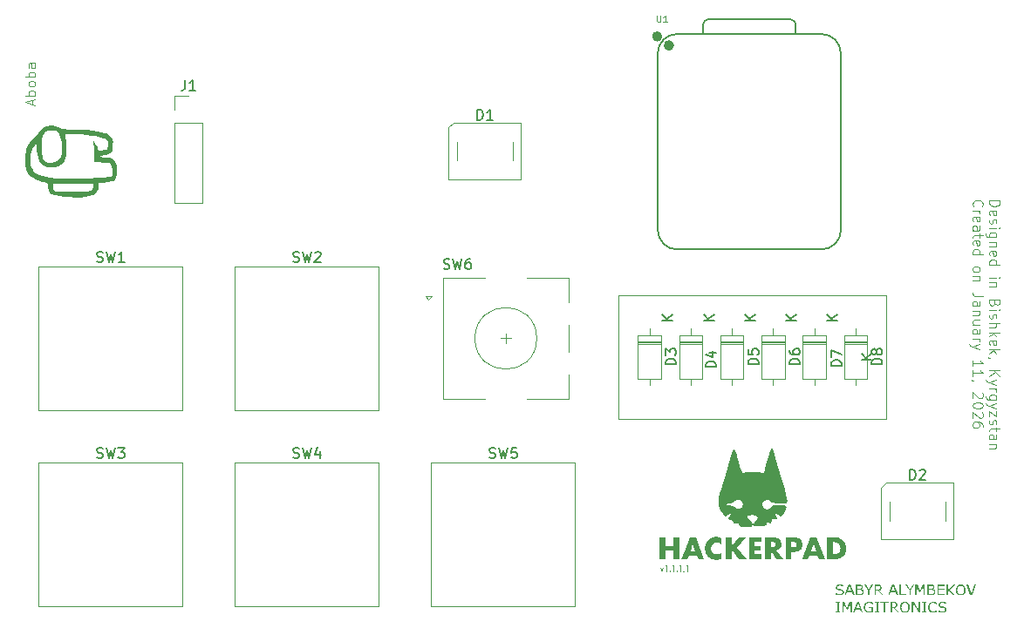
<source format=gbr>
%TF.GenerationSoftware,KiCad,Pcbnew,9.0.7*%
%TF.CreationDate,2026-01-11T22:49:09+06:00*%
%TF.ProjectId,pcb,7063622e-6b69-4636-9164-5f7063625858,rev?*%
%TF.SameCoordinates,Original*%
%TF.FileFunction,Legend,Top*%
%TF.FilePolarity,Positive*%
%FSLAX46Y46*%
G04 Gerber Fmt 4.6, Leading zero omitted, Abs format (unit mm)*
G04 Created by KiCad (PCBNEW 9.0.7) date 2026-01-11 22:49:09*
%MOMM*%
%LPD*%
G01*
G04 APERTURE LIST*
%ADD10C,0.100000*%
%ADD11C,0.400000*%
%ADD12C,0.150000*%
%ADD13C,0.300000*%
%ADD14C,0.101600*%
%ADD15C,0.120000*%
%ADD16C,0.000000*%
%ADD17C,0.127000*%
%ADD18C,0.504000*%
G04 APERTURE END LIST*
D10*
X154000000Y-72000000D02*
X180000000Y-72000000D01*
X180000000Y-84000000D01*
X154000000Y-84000000D01*
X154000000Y-72000000D01*
G36*
X158107857Y-98499395D02*
G01*
X158211245Y-98723610D01*
X158314193Y-98499395D01*
X158417948Y-98499395D01*
X158210403Y-98926100D01*
X158004506Y-98499395D01*
X158107857Y-98499395D01*
G37*
G36*
X158649490Y-98354022D02*
G01*
X158539984Y-98354022D01*
X158592484Y-98264922D01*
X158743829Y-98264922D01*
X158743829Y-98898000D01*
X158649490Y-98898000D01*
X158649490Y-98354022D01*
G37*
G36*
X158963098Y-98851874D02*
G01*
X158967293Y-98830363D01*
X158980024Y-98811794D01*
X158998683Y-98799052D01*
X159020544Y-98794831D01*
X159042399Y-98799053D01*
X159061027Y-98811794D01*
X159073768Y-98830422D01*
X159077990Y-98852277D01*
X159073750Y-98874485D01*
X159061027Y-98893200D01*
X159042710Y-98905566D01*
X159020544Y-98909723D01*
X158997999Y-98905546D01*
X158979621Y-98893200D01*
X158967292Y-98874766D01*
X158963098Y-98851874D01*
G37*
G36*
X159309532Y-98354022D02*
G01*
X159200026Y-98354022D01*
X159252526Y-98264922D01*
X159403871Y-98264922D01*
X159403871Y-98898000D01*
X159309532Y-98898000D01*
X159309532Y-98354022D01*
G37*
G36*
X159623140Y-98851874D02*
G01*
X159627335Y-98830363D01*
X159640066Y-98811794D01*
X159658725Y-98799052D01*
X159680586Y-98794831D01*
X159702441Y-98799053D01*
X159721069Y-98811794D01*
X159733810Y-98830422D01*
X159738032Y-98852277D01*
X159733792Y-98874485D01*
X159721069Y-98893200D01*
X159702752Y-98905566D01*
X159680586Y-98909723D01*
X159658041Y-98905546D01*
X159639663Y-98893200D01*
X159627334Y-98874766D01*
X159623140Y-98851874D01*
G37*
G36*
X159969574Y-98354022D02*
G01*
X159860068Y-98354022D01*
X159912568Y-98264922D01*
X160063913Y-98264922D01*
X160063913Y-98898000D01*
X159969574Y-98898000D01*
X159969574Y-98354022D01*
G37*
G36*
X160283182Y-98851874D02*
G01*
X160287377Y-98830363D01*
X160300108Y-98811794D01*
X160318766Y-98799052D01*
X160340628Y-98794831D01*
X160362482Y-98799053D01*
X160381111Y-98811794D01*
X160393851Y-98830422D01*
X160398073Y-98852277D01*
X160393834Y-98874485D01*
X160381111Y-98893200D01*
X160362794Y-98905566D01*
X160340628Y-98909723D01*
X160318083Y-98905546D01*
X160299705Y-98893200D01*
X160287376Y-98874766D01*
X160283182Y-98851874D01*
G37*
G36*
X160629616Y-98354022D02*
G01*
X160520109Y-98354022D01*
X160572609Y-98264922D01*
X160723954Y-98264922D01*
X160723954Y-98898000D01*
X160629616Y-98898000D01*
X160629616Y-98354022D01*
G37*
X97086704Y-53493734D02*
X97086704Y-53017544D01*
X97372419Y-53588972D02*
X96372419Y-53255639D01*
X96372419Y-53255639D02*
X97372419Y-52922306D01*
X97372419Y-52588972D02*
X96372419Y-52588972D01*
X96753371Y-52588972D02*
X96705752Y-52493734D01*
X96705752Y-52493734D02*
X96705752Y-52303258D01*
X96705752Y-52303258D02*
X96753371Y-52208020D01*
X96753371Y-52208020D02*
X96800990Y-52160401D01*
X96800990Y-52160401D02*
X96896228Y-52112782D01*
X96896228Y-52112782D02*
X97181942Y-52112782D01*
X97181942Y-52112782D02*
X97277180Y-52160401D01*
X97277180Y-52160401D02*
X97324800Y-52208020D01*
X97324800Y-52208020D02*
X97372419Y-52303258D01*
X97372419Y-52303258D02*
X97372419Y-52493734D01*
X97372419Y-52493734D02*
X97324800Y-52588972D01*
X97372419Y-51541353D02*
X97324800Y-51636591D01*
X97324800Y-51636591D02*
X97277180Y-51684210D01*
X97277180Y-51684210D02*
X97181942Y-51731829D01*
X97181942Y-51731829D02*
X96896228Y-51731829D01*
X96896228Y-51731829D02*
X96800990Y-51684210D01*
X96800990Y-51684210D02*
X96753371Y-51636591D01*
X96753371Y-51636591D02*
X96705752Y-51541353D01*
X96705752Y-51541353D02*
X96705752Y-51398496D01*
X96705752Y-51398496D02*
X96753371Y-51303258D01*
X96753371Y-51303258D02*
X96800990Y-51255639D01*
X96800990Y-51255639D02*
X96896228Y-51208020D01*
X96896228Y-51208020D02*
X97181942Y-51208020D01*
X97181942Y-51208020D02*
X97277180Y-51255639D01*
X97277180Y-51255639D02*
X97324800Y-51303258D01*
X97324800Y-51303258D02*
X97372419Y-51398496D01*
X97372419Y-51398496D02*
X97372419Y-51541353D01*
X97372419Y-50779448D02*
X96372419Y-50779448D01*
X96753371Y-50779448D02*
X96705752Y-50684210D01*
X96705752Y-50684210D02*
X96705752Y-50493734D01*
X96705752Y-50493734D02*
X96753371Y-50398496D01*
X96753371Y-50398496D02*
X96800990Y-50350877D01*
X96800990Y-50350877D02*
X96896228Y-50303258D01*
X96896228Y-50303258D02*
X97181942Y-50303258D01*
X97181942Y-50303258D02*
X97277180Y-50350877D01*
X97277180Y-50350877D02*
X97324800Y-50398496D01*
X97324800Y-50398496D02*
X97372419Y-50493734D01*
X97372419Y-50493734D02*
X97372419Y-50684210D01*
X97372419Y-50684210D02*
X97324800Y-50779448D01*
X97372419Y-49446115D02*
X96848609Y-49446115D01*
X96848609Y-49446115D02*
X96753371Y-49493734D01*
X96753371Y-49493734D02*
X96705752Y-49588972D01*
X96705752Y-49588972D02*
X96705752Y-49779448D01*
X96705752Y-49779448D02*
X96753371Y-49874686D01*
X97324800Y-49446115D02*
X97372419Y-49541353D01*
X97372419Y-49541353D02*
X97372419Y-49779448D01*
X97372419Y-49779448D02*
X97324800Y-49874686D01*
X97324800Y-49874686D02*
X97229561Y-49922305D01*
X97229561Y-49922305D02*
X97134323Y-49922305D01*
X97134323Y-49922305D02*
X97039085Y-49874686D01*
X97039085Y-49874686D02*
X96991466Y-49779448D01*
X96991466Y-49779448D02*
X96991466Y-49541353D01*
X96991466Y-49541353D02*
X96943847Y-49446115D01*
D11*
G36*
X158528681Y-96362581D02*
G01*
X159325890Y-96362581D01*
X159325890Y-95541926D01*
X159872994Y-95541926D01*
X159872994Y-97660000D01*
X159325890Y-97660000D01*
X159325890Y-96792449D01*
X158528681Y-96792449D01*
X158528681Y-97660000D01*
X157981577Y-97660000D01*
X157981577Y-95541926D01*
X158528681Y-95541926D01*
X158528681Y-96362581D01*
G37*
G36*
X162319819Y-97660000D02*
G01*
X161734613Y-97660000D01*
X161608583Y-97292658D01*
X160824564Y-97292658D01*
X160698535Y-97660000D01*
X160113329Y-97660000D01*
X160413409Y-96870607D01*
X160970133Y-96870607D01*
X161463015Y-96870607D01*
X161216574Y-96169141D01*
X160970133Y-96870607D01*
X160413409Y-96870607D01*
X160917010Y-95545833D01*
X161516137Y-95545833D01*
X162319819Y-97660000D01*
G37*
G36*
X163999721Y-96252550D02*
G01*
X163895863Y-96147887D01*
X163784249Y-96076029D01*
X163662865Y-96033251D01*
X163528454Y-96018688D01*
X163408504Y-96030164D01*
X163299843Y-96063750D01*
X163201461Y-96117337D01*
X163118981Y-96186360D01*
X163051793Y-96270573D01*
X162999791Y-96371008D01*
X162967375Y-96481249D01*
X162956315Y-96602062D01*
X162967431Y-96725228D01*
X162999791Y-96835924D01*
X163052000Y-96936524D01*
X163120324Y-97022037D01*
X163203867Y-97092290D01*
X163301186Y-97145990D01*
X163408325Y-97179611D01*
X163525645Y-97191053D01*
X163651733Y-97177511D01*
X163771218Y-97136968D01*
X163886635Y-97067692D01*
X163999721Y-96965617D01*
X163999721Y-97616280D01*
X163943911Y-97635819D01*
X163819331Y-97675449D01*
X163708828Y-97701521D01*
X163599885Y-97717329D01*
X163493405Y-97722526D01*
X163349644Y-97713278D01*
X163210650Y-97685733D01*
X163075262Y-97639727D01*
X162946800Y-97576743D01*
X162829650Y-97499210D01*
X162722819Y-97406598D01*
X162628554Y-97301008D01*
X162547062Y-97182546D01*
X162478088Y-97050003D01*
X162427252Y-96909808D01*
X162396317Y-96760146D01*
X162385764Y-96599253D01*
X162396197Y-96438322D01*
X162426688Y-96289623D01*
X162476622Y-96151311D01*
X162544805Y-96020671D01*
X162625833Y-95904086D01*
X162720010Y-95800334D01*
X162826718Y-95709498D01*
X162944299Y-95632900D01*
X163073796Y-95570136D01*
X163210167Y-95524101D01*
X163350581Y-95496495D01*
X163496214Y-95487215D01*
X163621217Y-95493888D01*
X163743754Y-95513838D01*
X163866067Y-95546875D01*
X163999721Y-95596270D01*
X163999721Y-96252550D01*
G37*
G36*
X164982554Y-96415582D02*
G01*
X165651779Y-95541926D01*
X166329431Y-95541926D01*
X165492167Y-96544787D01*
X166407833Y-97660000D01*
X165696598Y-97660000D01*
X164982554Y-96741402D01*
X164982554Y-97660000D01*
X164435450Y-97660000D01*
X164435450Y-95541926D01*
X164982554Y-95541926D01*
X164982554Y-96415582D01*
G37*
G36*
X167850942Y-96010872D02*
G01*
X167198325Y-96010872D01*
X167198325Y-96362581D01*
X167815771Y-96362581D01*
X167815771Y-96831528D01*
X167198325Y-96831528D01*
X167198325Y-97191053D01*
X167850942Y-97191053D01*
X167850942Y-97660000D01*
X166651221Y-97660000D01*
X166651221Y-95541926D01*
X167850942Y-95541926D01*
X167850942Y-96010872D01*
G37*
G36*
X169266769Y-95563457D02*
G01*
X169404937Y-95601643D01*
X169526476Y-95664139D01*
X169621458Y-95743182D01*
X169696089Y-95839668D01*
X169749930Y-95950544D01*
X169782170Y-96071384D01*
X169793161Y-96202725D01*
X169779053Y-96359625D01*
X169739571Y-96488070D01*
X169676902Y-96593757D01*
X169590300Y-96680558D01*
X169477850Y-96748408D01*
X169333985Y-96796845D01*
X169997592Y-97663907D01*
X169314445Y-97663907D01*
X168792742Y-96850090D01*
X168792742Y-97663907D01*
X168245639Y-97663907D01*
X168245639Y-96493740D01*
X168792742Y-96493740D01*
X168895935Y-96493740D01*
X169001835Y-96485144D01*
X169082675Y-96461900D01*
X169143964Y-96426451D01*
X169191338Y-96375960D01*
X169220177Y-96312738D01*
X169230426Y-96232766D01*
X169220174Y-96152799D01*
X169191334Y-96089622D01*
X169143964Y-96039204D01*
X169082665Y-96003687D01*
X169001825Y-95980403D01*
X168895935Y-95971793D01*
X168792742Y-95971793D01*
X168792742Y-96493740D01*
X168245639Y-96493740D01*
X168245639Y-95549741D01*
X169097558Y-95549741D01*
X169266769Y-95563457D01*
G37*
G36*
X171279187Y-95555118D02*
G01*
X171425219Y-95591893D01*
X171545573Y-95649482D01*
X171644644Y-95727184D01*
X171724436Y-95825144D01*
X171782925Y-95942066D01*
X171819907Y-96081757D01*
X171833077Y-96249253D01*
X171819907Y-96416749D01*
X171782925Y-96556440D01*
X171724436Y-96673362D01*
X171644644Y-96771322D01*
X171545573Y-96849023D01*
X171425219Y-96906613D01*
X171279187Y-96943388D01*
X171101814Y-96956580D01*
X170777948Y-96956580D01*
X170777948Y-97656092D01*
X170230844Y-97656092D01*
X170230844Y-96513279D01*
X170777948Y-96513279D01*
X170960031Y-96513279D01*
X171077755Y-96500680D01*
X171159576Y-96467452D01*
X171215255Y-96416738D01*
X171249836Y-96346333D01*
X171262526Y-96249253D01*
X171249836Y-96152173D01*
X171215255Y-96081767D01*
X171159576Y-96031053D01*
X171077755Y-95997825D01*
X170960031Y-95985226D01*
X170777948Y-95985226D01*
X170777948Y-96513279D01*
X170230844Y-96513279D01*
X170230844Y-95541926D01*
X171101814Y-95541926D01*
X171279187Y-95555118D01*
G37*
G36*
X174018074Y-97660000D02*
G01*
X173432868Y-97660000D01*
X173306839Y-97292658D01*
X172522819Y-97292658D01*
X172396790Y-97660000D01*
X171811584Y-97660000D01*
X172111664Y-96870607D01*
X172668388Y-96870607D01*
X173161270Y-96870607D01*
X172914829Y-96169141D01*
X172668388Y-96870607D01*
X172111664Y-96870607D01*
X172615265Y-95545833D01*
X173214393Y-95545833D01*
X174018074Y-97660000D01*
G37*
G36*
X175210564Y-95551761D02*
G01*
X175345062Y-95580843D01*
X175473517Y-95629120D01*
X175595001Y-95693981D01*
X175704925Y-95771118D01*
X175804222Y-95860907D01*
X175891563Y-95962204D01*
X175965695Y-96074219D01*
X176026971Y-96197962D01*
X176072157Y-96328227D01*
X176099216Y-96462172D01*
X176108304Y-96600963D01*
X176099413Y-96737951D01*
X176072871Y-96871023D01*
X176028437Y-97001277D01*
X175967993Y-97125039D01*
X175894324Y-97237554D01*
X175807031Y-97339797D01*
X175707663Y-97430333D01*
X175597736Y-97507906D01*
X175476326Y-97572927D01*
X175347846Y-97621053D01*
X175212433Y-97650135D01*
X175068562Y-97660000D01*
X174255966Y-97660000D01*
X174255966Y-97191053D01*
X174803070Y-97191053D01*
X174930321Y-97191053D01*
X175069293Y-97179401D01*
X175187387Y-97146357D01*
X175292765Y-97092430D01*
X175378140Y-97023258D01*
X175446400Y-96938108D01*
X175496842Y-96837267D01*
X175527247Y-96725930D01*
X175537753Y-96600963D01*
X175526969Y-96478219D01*
X175495377Y-96366001D01*
X175443813Y-96263978D01*
X175375331Y-96178667D01*
X175289951Y-96109522D01*
X175184578Y-96055690D01*
X175066823Y-96022495D01*
X174930321Y-96010872D01*
X174803070Y-96010872D01*
X174803070Y-97191053D01*
X174255966Y-97191053D01*
X174255966Y-95541926D01*
X175068562Y-95541926D01*
X175210564Y-95551761D01*
G37*
D10*
X189987524Y-62803884D02*
X190987524Y-62803884D01*
X190987524Y-62803884D02*
X190987524Y-63041979D01*
X190987524Y-63041979D02*
X190939905Y-63184836D01*
X190939905Y-63184836D02*
X190844667Y-63280074D01*
X190844667Y-63280074D02*
X190749429Y-63327693D01*
X190749429Y-63327693D02*
X190558953Y-63375312D01*
X190558953Y-63375312D02*
X190416096Y-63375312D01*
X190416096Y-63375312D02*
X190225620Y-63327693D01*
X190225620Y-63327693D02*
X190130382Y-63280074D01*
X190130382Y-63280074D02*
X190035144Y-63184836D01*
X190035144Y-63184836D02*
X189987524Y-63041979D01*
X189987524Y-63041979D02*
X189987524Y-62803884D01*
X190035144Y-64184836D02*
X189987524Y-64089598D01*
X189987524Y-64089598D02*
X189987524Y-63899122D01*
X189987524Y-63899122D02*
X190035144Y-63803884D01*
X190035144Y-63803884D02*
X190130382Y-63756265D01*
X190130382Y-63756265D02*
X190511334Y-63756265D01*
X190511334Y-63756265D02*
X190606572Y-63803884D01*
X190606572Y-63803884D02*
X190654191Y-63899122D01*
X190654191Y-63899122D02*
X190654191Y-64089598D01*
X190654191Y-64089598D02*
X190606572Y-64184836D01*
X190606572Y-64184836D02*
X190511334Y-64232455D01*
X190511334Y-64232455D02*
X190416096Y-64232455D01*
X190416096Y-64232455D02*
X190320858Y-63756265D01*
X190035144Y-64613408D02*
X189987524Y-64708646D01*
X189987524Y-64708646D02*
X189987524Y-64899122D01*
X189987524Y-64899122D02*
X190035144Y-64994360D01*
X190035144Y-64994360D02*
X190130382Y-65041979D01*
X190130382Y-65041979D02*
X190178001Y-65041979D01*
X190178001Y-65041979D02*
X190273239Y-64994360D01*
X190273239Y-64994360D02*
X190320858Y-64899122D01*
X190320858Y-64899122D02*
X190320858Y-64756265D01*
X190320858Y-64756265D02*
X190368477Y-64661027D01*
X190368477Y-64661027D02*
X190463715Y-64613408D01*
X190463715Y-64613408D02*
X190511334Y-64613408D01*
X190511334Y-64613408D02*
X190606572Y-64661027D01*
X190606572Y-64661027D02*
X190654191Y-64756265D01*
X190654191Y-64756265D02*
X190654191Y-64899122D01*
X190654191Y-64899122D02*
X190606572Y-64994360D01*
X189987524Y-65470551D02*
X190654191Y-65470551D01*
X190987524Y-65470551D02*
X190939905Y-65422932D01*
X190939905Y-65422932D02*
X190892286Y-65470551D01*
X190892286Y-65470551D02*
X190939905Y-65518170D01*
X190939905Y-65518170D02*
X190987524Y-65470551D01*
X190987524Y-65470551D02*
X190892286Y-65470551D01*
X190654191Y-66375312D02*
X189844667Y-66375312D01*
X189844667Y-66375312D02*
X189749429Y-66327693D01*
X189749429Y-66327693D02*
X189701810Y-66280074D01*
X189701810Y-66280074D02*
X189654191Y-66184836D01*
X189654191Y-66184836D02*
X189654191Y-66041979D01*
X189654191Y-66041979D02*
X189701810Y-65946741D01*
X190035144Y-66375312D02*
X189987524Y-66280074D01*
X189987524Y-66280074D02*
X189987524Y-66089598D01*
X189987524Y-66089598D02*
X190035144Y-65994360D01*
X190035144Y-65994360D02*
X190082763Y-65946741D01*
X190082763Y-65946741D02*
X190178001Y-65899122D01*
X190178001Y-65899122D02*
X190463715Y-65899122D01*
X190463715Y-65899122D02*
X190558953Y-65946741D01*
X190558953Y-65946741D02*
X190606572Y-65994360D01*
X190606572Y-65994360D02*
X190654191Y-66089598D01*
X190654191Y-66089598D02*
X190654191Y-66280074D01*
X190654191Y-66280074D02*
X190606572Y-66375312D01*
X190654191Y-66851503D02*
X189987524Y-66851503D01*
X190558953Y-66851503D02*
X190606572Y-66899122D01*
X190606572Y-66899122D02*
X190654191Y-66994360D01*
X190654191Y-66994360D02*
X190654191Y-67137217D01*
X190654191Y-67137217D02*
X190606572Y-67232455D01*
X190606572Y-67232455D02*
X190511334Y-67280074D01*
X190511334Y-67280074D02*
X189987524Y-67280074D01*
X190035144Y-68137217D02*
X189987524Y-68041979D01*
X189987524Y-68041979D02*
X189987524Y-67851503D01*
X189987524Y-67851503D02*
X190035144Y-67756265D01*
X190035144Y-67756265D02*
X190130382Y-67708646D01*
X190130382Y-67708646D02*
X190511334Y-67708646D01*
X190511334Y-67708646D02*
X190606572Y-67756265D01*
X190606572Y-67756265D02*
X190654191Y-67851503D01*
X190654191Y-67851503D02*
X190654191Y-68041979D01*
X190654191Y-68041979D02*
X190606572Y-68137217D01*
X190606572Y-68137217D02*
X190511334Y-68184836D01*
X190511334Y-68184836D02*
X190416096Y-68184836D01*
X190416096Y-68184836D02*
X190320858Y-67708646D01*
X189987524Y-69041979D02*
X190987524Y-69041979D01*
X190035144Y-69041979D02*
X189987524Y-68946741D01*
X189987524Y-68946741D02*
X189987524Y-68756265D01*
X189987524Y-68756265D02*
X190035144Y-68661027D01*
X190035144Y-68661027D02*
X190082763Y-68613408D01*
X190082763Y-68613408D02*
X190178001Y-68565789D01*
X190178001Y-68565789D02*
X190463715Y-68565789D01*
X190463715Y-68565789D02*
X190558953Y-68613408D01*
X190558953Y-68613408D02*
X190606572Y-68661027D01*
X190606572Y-68661027D02*
X190654191Y-68756265D01*
X190654191Y-68756265D02*
X190654191Y-68946741D01*
X190654191Y-68946741D02*
X190606572Y-69041979D01*
X189987524Y-70280075D02*
X190654191Y-70280075D01*
X190987524Y-70280075D02*
X190939905Y-70232456D01*
X190939905Y-70232456D02*
X190892286Y-70280075D01*
X190892286Y-70280075D02*
X190939905Y-70327694D01*
X190939905Y-70327694D02*
X190987524Y-70280075D01*
X190987524Y-70280075D02*
X190892286Y-70280075D01*
X190654191Y-70756265D02*
X189987524Y-70756265D01*
X190558953Y-70756265D02*
X190606572Y-70803884D01*
X190606572Y-70803884D02*
X190654191Y-70899122D01*
X190654191Y-70899122D02*
X190654191Y-71041979D01*
X190654191Y-71041979D02*
X190606572Y-71137217D01*
X190606572Y-71137217D02*
X190511334Y-71184836D01*
X190511334Y-71184836D02*
X189987524Y-71184836D01*
X190511334Y-72756265D02*
X190463715Y-72899122D01*
X190463715Y-72899122D02*
X190416096Y-72946741D01*
X190416096Y-72946741D02*
X190320858Y-72994360D01*
X190320858Y-72994360D02*
X190178001Y-72994360D01*
X190178001Y-72994360D02*
X190082763Y-72946741D01*
X190082763Y-72946741D02*
X190035144Y-72899122D01*
X190035144Y-72899122D02*
X189987524Y-72803884D01*
X189987524Y-72803884D02*
X189987524Y-72422932D01*
X189987524Y-72422932D02*
X190987524Y-72422932D01*
X190987524Y-72422932D02*
X190987524Y-72756265D01*
X190987524Y-72756265D02*
X190939905Y-72851503D01*
X190939905Y-72851503D02*
X190892286Y-72899122D01*
X190892286Y-72899122D02*
X190797048Y-72946741D01*
X190797048Y-72946741D02*
X190701810Y-72946741D01*
X190701810Y-72946741D02*
X190606572Y-72899122D01*
X190606572Y-72899122D02*
X190558953Y-72851503D01*
X190558953Y-72851503D02*
X190511334Y-72756265D01*
X190511334Y-72756265D02*
X190511334Y-72422932D01*
X189987524Y-73422932D02*
X190654191Y-73422932D01*
X190987524Y-73422932D02*
X190939905Y-73375313D01*
X190939905Y-73375313D02*
X190892286Y-73422932D01*
X190892286Y-73422932D02*
X190939905Y-73470551D01*
X190939905Y-73470551D02*
X190987524Y-73422932D01*
X190987524Y-73422932D02*
X190892286Y-73422932D01*
X190035144Y-73851503D02*
X189987524Y-73946741D01*
X189987524Y-73946741D02*
X189987524Y-74137217D01*
X189987524Y-74137217D02*
X190035144Y-74232455D01*
X190035144Y-74232455D02*
X190130382Y-74280074D01*
X190130382Y-74280074D02*
X190178001Y-74280074D01*
X190178001Y-74280074D02*
X190273239Y-74232455D01*
X190273239Y-74232455D02*
X190320858Y-74137217D01*
X190320858Y-74137217D02*
X190320858Y-73994360D01*
X190320858Y-73994360D02*
X190368477Y-73899122D01*
X190368477Y-73899122D02*
X190463715Y-73851503D01*
X190463715Y-73851503D02*
X190511334Y-73851503D01*
X190511334Y-73851503D02*
X190606572Y-73899122D01*
X190606572Y-73899122D02*
X190654191Y-73994360D01*
X190654191Y-73994360D02*
X190654191Y-74137217D01*
X190654191Y-74137217D02*
X190606572Y-74232455D01*
X189987524Y-74708646D02*
X190987524Y-74708646D01*
X189987524Y-75137217D02*
X190511334Y-75137217D01*
X190511334Y-75137217D02*
X190606572Y-75089598D01*
X190606572Y-75089598D02*
X190654191Y-74994360D01*
X190654191Y-74994360D02*
X190654191Y-74851503D01*
X190654191Y-74851503D02*
X190606572Y-74756265D01*
X190606572Y-74756265D02*
X190558953Y-74708646D01*
X189987524Y-75613408D02*
X190987524Y-75613408D01*
X190368477Y-75708646D02*
X189987524Y-75994360D01*
X190654191Y-75994360D02*
X190273239Y-75613408D01*
X190035144Y-76803884D02*
X189987524Y-76708646D01*
X189987524Y-76708646D02*
X189987524Y-76518170D01*
X189987524Y-76518170D02*
X190035144Y-76422932D01*
X190035144Y-76422932D02*
X190130382Y-76375313D01*
X190130382Y-76375313D02*
X190511334Y-76375313D01*
X190511334Y-76375313D02*
X190606572Y-76422932D01*
X190606572Y-76422932D02*
X190654191Y-76518170D01*
X190654191Y-76518170D02*
X190654191Y-76708646D01*
X190654191Y-76708646D02*
X190606572Y-76803884D01*
X190606572Y-76803884D02*
X190511334Y-76851503D01*
X190511334Y-76851503D02*
X190416096Y-76851503D01*
X190416096Y-76851503D02*
X190320858Y-76375313D01*
X189987524Y-77280075D02*
X190987524Y-77280075D01*
X190368477Y-77375313D02*
X189987524Y-77661027D01*
X190654191Y-77661027D02*
X190273239Y-77280075D01*
X190035144Y-78137218D02*
X189987524Y-78137218D01*
X189987524Y-78137218D02*
X189892286Y-78089599D01*
X189892286Y-78089599D02*
X189844667Y-78041980D01*
X189987524Y-79327694D02*
X190987524Y-79327694D01*
X189987524Y-79899122D02*
X190558953Y-79470551D01*
X190987524Y-79899122D02*
X190416096Y-79327694D01*
X190654191Y-80232456D02*
X189987524Y-80470551D01*
X190654191Y-80708646D02*
X189987524Y-80470551D01*
X189987524Y-80470551D02*
X189749429Y-80375313D01*
X189749429Y-80375313D02*
X189701810Y-80327694D01*
X189701810Y-80327694D02*
X189654191Y-80232456D01*
X189987524Y-81089599D02*
X190654191Y-81089599D01*
X190463715Y-81089599D02*
X190558953Y-81137218D01*
X190558953Y-81137218D02*
X190606572Y-81184837D01*
X190606572Y-81184837D02*
X190654191Y-81280075D01*
X190654191Y-81280075D02*
X190654191Y-81375313D01*
X190654191Y-82137218D02*
X189844667Y-82137218D01*
X189844667Y-82137218D02*
X189749429Y-82089599D01*
X189749429Y-82089599D02*
X189701810Y-82041980D01*
X189701810Y-82041980D02*
X189654191Y-81946742D01*
X189654191Y-81946742D02*
X189654191Y-81803885D01*
X189654191Y-81803885D02*
X189701810Y-81708647D01*
X190035144Y-82137218D02*
X189987524Y-82041980D01*
X189987524Y-82041980D02*
X189987524Y-81851504D01*
X189987524Y-81851504D02*
X190035144Y-81756266D01*
X190035144Y-81756266D02*
X190082763Y-81708647D01*
X190082763Y-81708647D02*
X190178001Y-81661028D01*
X190178001Y-81661028D02*
X190463715Y-81661028D01*
X190463715Y-81661028D02*
X190558953Y-81708647D01*
X190558953Y-81708647D02*
X190606572Y-81756266D01*
X190606572Y-81756266D02*
X190654191Y-81851504D01*
X190654191Y-81851504D02*
X190654191Y-82041980D01*
X190654191Y-82041980D02*
X190606572Y-82137218D01*
X190654191Y-82518171D02*
X189987524Y-82756266D01*
X190654191Y-82994361D02*
X189987524Y-82756266D01*
X189987524Y-82756266D02*
X189749429Y-82661028D01*
X189749429Y-82661028D02*
X189701810Y-82613409D01*
X189701810Y-82613409D02*
X189654191Y-82518171D01*
X190654191Y-83280076D02*
X190654191Y-83803885D01*
X190654191Y-83803885D02*
X189987524Y-83280076D01*
X189987524Y-83280076D02*
X189987524Y-83803885D01*
X190035144Y-84137219D02*
X189987524Y-84232457D01*
X189987524Y-84232457D02*
X189987524Y-84422933D01*
X189987524Y-84422933D02*
X190035144Y-84518171D01*
X190035144Y-84518171D02*
X190130382Y-84565790D01*
X190130382Y-84565790D02*
X190178001Y-84565790D01*
X190178001Y-84565790D02*
X190273239Y-84518171D01*
X190273239Y-84518171D02*
X190320858Y-84422933D01*
X190320858Y-84422933D02*
X190320858Y-84280076D01*
X190320858Y-84280076D02*
X190368477Y-84184838D01*
X190368477Y-84184838D02*
X190463715Y-84137219D01*
X190463715Y-84137219D02*
X190511334Y-84137219D01*
X190511334Y-84137219D02*
X190606572Y-84184838D01*
X190606572Y-84184838D02*
X190654191Y-84280076D01*
X190654191Y-84280076D02*
X190654191Y-84422933D01*
X190654191Y-84422933D02*
X190606572Y-84518171D01*
X190654191Y-84851505D02*
X190654191Y-85232457D01*
X190987524Y-84994362D02*
X190130382Y-84994362D01*
X190130382Y-84994362D02*
X190035144Y-85041981D01*
X190035144Y-85041981D02*
X189987524Y-85137219D01*
X189987524Y-85137219D02*
X189987524Y-85232457D01*
X189987524Y-85994362D02*
X190511334Y-85994362D01*
X190511334Y-85994362D02*
X190606572Y-85946743D01*
X190606572Y-85946743D02*
X190654191Y-85851505D01*
X190654191Y-85851505D02*
X190654191Y-85661029D01*
X190654191Y-85661029D02*
X190606572Y-85565791D01*
X190035144Y-85994362D02*
X189987524Y-85899124D01*
X189987524Y-85899124D02*
X189987524Y-85661029D01*
X189987524Y-85661029D02*
X190035144Y-85565791D01*
X190035144Y-85565791D02*
X190130382Y-85518172D01*
X190130382Y-85518172D02*
X190225620Y-85518172D01*
X190225620Y-85518172D02*
X190320858Y-85565791D01*
X190320858Y-85565791D02*
X190368477Y-85661029D01*
X190368477Y-85661029D02*
X190368477Y-85899124D01*
X190368477Y-85899124D02*
X190416096Y-85994362D01*
X190654191Y-86470553D02*
X189987524Y-86470553D01*
X190558953Y-86470553D02*
X190606572Y-86518172D01*
X190606572Y-86518172D02*
X190654191Y-86613410D01*
X190654191Y-86613410D02*
X190654191Y-86756267D01*
X190654191Y-86756267D02*
X190606572Y-86851505D01*
X190606572Y-86851505D02*
X190511334Y-86899124D01*
X190511334Y-86899124D02*
X189987524Y-86899124D01*
X188472819Y-63375312D02*
X188425200Y-63327693D01*
X188425200Y-63327693D02*
X188377580Y-63184836D01*
X188377580Y-63184836D02*
X188377580Y-63089598D01*
X188377580Y-63089598D02*
X188425200Y-62946741D01*
X188425200Y-62946741D02*
X188520438Y-62851503D01*
X188520438Y-62851503D02*
X188615676Y-62803884D01*
X188615676Y-62803884D02*
X188806152Y-62756265D01*
X188806152Y-62756265D02*
X188949009Y-62756265D01*
X188949009Y-62756265D02*
X189139485Y-62803884D01*
X189139485Y-62803884D02*
X189234723Y-62851503D01*
X189234723Y-62851503D02*
X189329961Y-62946741D01*
X189329961Y-62946741D02*
X189377580Y-63089598D01*
X189377580Y-63089598D02*
X189377580Y-63184836D01*
X189377580Y-63184836D02*
X189329961Y-63327693D01*
X189329961Y-63327693D02*
X189282342Y-63375312D01*
X188377580Y-63803884D02*
X189044247Y-63803884D01*
X188853771Y-63803884D02*
X188949009Y-63851503D01*
X188949009Y-63851503D02*
X188996628Y-63899122D01*
X188996628Y-63899122D02*
X189044247Y-63994360D01*
X189044247Y-63994360D02*
X189044247Y-64089598D01*
X188425200Y-64803884D02*
X188377580Y-64708646D01*
X188377580Y-64708646D02*
X188377580Y-64518170D01*
X188377580Y-64518170D02*
X188425200Y-64422932D01*
X188425200Y-64422932D02*
X188520438Y-64375313D01*
X188520438Y-64375313D02*
X188901390Y-64375313D01*
X188901390Y-64375313D02*
X188996628Y-64422932D01*
X188996628Y-64422932D02*
X189044247Y-64518170D01*
X189044247Y-64518170D02*
X189044247Y-64708646D01*
X189044247Y-64708646D02*
X188996628Y-64803884D01*
X188996628Y-64803884D02*
X188901390Y-64851503D01*
X188901390Y-64851503D02*
X188806152Y-64851503D01*
X188806152Y-64851503D02*
X188710914Y-64375313D01*
X188377580Y-65708646D02*
X188901390Y-65708646D01*
X188901390Y-65708646D02*
X188996628Y-65661027D01*
X188996628Y-65661027D02*
X189044247Y-65565789D01*
X189044247Y-65565789D02*
X189044247Y-65375313D01*
X189044247Y-65375313D02*
X188996628Y-65280075D01*
X188425200Y-65708646D02*
X188377580Y-65613408D01*
X188377580Y-65613408D02*
X188377580Y-65375313D01*
X188377580Y-65375313D02*
X188425200Y-65280075D01*
X188425200Y-65280075D02*
X188520438Y-65232456D01*
X188520438Y-65232456D02*
X188615676Y-65232456D01*
X188615676Y-65232456D02*
X188710914Y-65280075D01*
X188710914Y-65280075D02*
X188758533Y-65375313D01*
X188758533Y-65375313D02*
X188758533Y-65613408D01*
X188758533Y-65613408D02*
X188806152Y-65708646D01*
X189044247Y-66041980D02*
X189044247Y-66422932D01*
X189377580Y-66184837D02*
X188520438Y-66184837D01*
X188520438Y-66184837D02*
X188425200Y-66232456D01*
X188425200Y-66232456D02*
X188377580Y-66327694D01*
X188377580Y-66327694D02*
X188377580Y-66422932D01*
X188425200Y-67137218D02*
X188377580Y-67041980D01*
X188377580Y-67041980D02*
X188377580Y-66851504D01*
X188377580Y-66851504D02*
X188425200Y-66756266D01*
X188425200Y-66756266D02*
X188520438Y-66708647D01*
X188520438Y-66708647D02*
X188901390Y-66708647D01*
X188901390Y-66708647D02*
X188996628Y-66756266D01*
X188996628Y-66756266D02*
X189044247Y-66851504D01*
X189044247Y-66851504D02*
X189044247Y-67041980D01*
X189044247Y-67041980D02*
X188996628Y-67137218D01*
X188996628Y-67137218D02*
X188901390Y-67184837D01*
X188901390Y-67184837D02*
X188806152Y-67184837D01*
X188806152Y-67184837D02*
X188710914Y-66708647D01*
X188377580Y-68041980D02*
X189377580Y-68041980D01*
X188425200Y-68041980D02*
X188377580Y-67946742D01*
X188377580Y-67946742D02*
X188377580Y-67756266D01*
X188377580Y-67756266D02*
X188425200Y-67661028D01*
X188425200Y-67661028D02*
X188472819Y-67613409D01*
X188472819Y-67613409D02*
X188568057Y-67565790D01*
X188568057Y-67565790D02*
X188853771Y-67565790D01*
X188853771Y-67565790D02*
X188949009Y-67613409D01*
X188949009Y-67613409D02*
X188996628Y-67661028D01*
X188996628Y-67661028D02*
X189044247Y-67756266D01*
X189044247Y-67756266D02*
X189044247Y-67946742D01*
X189044247Y-67946742D02*
X188996628Y-68041980D01*
X188377580Y-69422933D02*
X188425200Y-69327695D01*
X188425200Y-69327695D02*
X188472819Y-69280076D01*
X188472819Y-69280076D02*
X188568057Y-69232457D01*
X188568057Y-69232457D02*
X188853771Y-69232457D01*
X188853771Y-69232457D02*
X188949009Y-69280076D01*
X188949009Y-69280076D02*
X188996628Y-69327695D01*
X188996628Y-69327695D02*
X189044247Y-69422933D01*
X189044247Y-69422933D02*
X189044247Y-69565790D01*
X189044247Y-69565790D02*
X188996628Y-69661028D01*
X188996628Y-69661028D02*
X188949009Y-69708647D01*
X188949009Y-69708647D02*
X188853771Y-69756266D01*
X188853771Y-69756266D02*
X188568057Y-69756266D01*
X188568057Y-69756266D02*
X188472819Y-69708647D01*
X188472819Y-69708647D02*
X188425200Y-69661028D01*
X188425200Y-69661028D02*
X188377580Y-69565790D01*
X188377580Y-69565790D02*
X188377580Y-69422933D01*
X189044247Y-70184838D02*
X188377580Y-70184838D01*
X188949009Y-70184838D02*
X188996628Y-70232457D01*
X188996628Y-70232457D02*
X189044247Y-70327695D01*
X189044247Y-70327695D02*
X189044247Y-70470552D01*
X189044247Y-70470552D02*
X188996628Y-70565790D01*
X188996628Y-70565790D02*
X188901390Y-70613409D01*
X188901390Y-70613409D02*
X188377580Y-70613409D01*
X189377580Y-72137219D02*
X188663295Y-72137219D01*
X188663295Y-72137219D02*
X188520438Y-72089600D01*
X188520438Y-72089600D02*
X188425200Y-71994362D01*
X188425200Y-71994362D02*
X188377580Y-71851505D01*
X188377580Y-71851505D02*
X188377580Y-71756267D01*
X188377580Y-73041981D02*
X188901390Y-73041981D01*
X188901390Y-73041981D02*
X188996628Y-72994362D01*
X188996628Y-72994362D02*
X189044247Y-72899124D01*
X189044247Y-72899124D02*
X189044247Y-72708648D01*
X189044247Y-72708648D02*
X188996628Y-72613410D01*
X188425200Y-73041981D02*
X188377580Y-72946743D01*
X188377580Y-72946743D02*
X188377580Y-72708648D01*
X188377580Y-72708648D02*
X188425200Y-72613410D01*
X188425200Y-72613410D02*
X188520438Y-72565791D01*
X188520438Y-72565791D02*
X188615676Y-72565791D01*
X188615676Y-72565791D02*
X188710914Y-72613410D01*
X188710914Y-72613410D02*
X188758533Y-72708648D01*
X188758533Y-72708648D02*
X188758533Y-72946743D01*
X188758533Y-72946743D02*
X188806152Y-73041981D01*
X189044247Y-73518172D02*
X188377580Y-73518172D01*
X188949009Y-73518172D02*
X188996628Y-73565791D01*
X188996628Y-73565791D02*
X189044247Y-73661029D01*
X189044247Y-73661029D02*
X189044247Y-73803886D01*
X189044247Y-73803886D02*
X188996628Y-73899124D01*
X188996628Y-73899124D02*
X188901390Y-73946743D01*
X188901390Y-73946743D02*
X188377580Y-73946743D01*
X189044247Y-74851505D02*
X188377580Y-74851505D01*
X189044247Y-74422934D02*
X188520438Y-74422934D01*
X188520438Y-74422934D02*
X188425200Y-74470553D01*
X188425200Y-74470553D02*
X188377580Y-74565791D01*
X188377580Y-74565791D02*
X188377580Y-74708648D01*
X188377580Y-74708648D02*
X188425200Y-74803886D01*
X188425200Y-74803886D02*
X188472819Y-74851505D01*
X188377580Y-75756267D02*
X188901390Y-75756267D01*
X188901390Y-75756267D02*
X188996628Y-75708648D01*
X188996628Y-75708648D02*
X189044247Y-75613410D01*
X189044247Y-75613410D02*
X189044247Y-75422934D01*
X189044247Y-75422934D02*
X188996628Y-75327696D01*
X188425200Y-75756267D02*
X188377580Y-75661029D01*
X188377580Y-75661029D02*
X188377580Y-75422934D01*
X188377580Y-75422934D02*
X188425200Y-75327696D01*
X188425200Y-75327696D02*
X188520438Y-75280077D01*
X188520438Y-75280077D02*
X188615676Y-75280077D01*
X188615676Y-75280077D02*
X188710914Y-75327696D01*
X188710914Y-75327696D02*
X188758533Y-75422934D01*
X188758533Y-75422934D02*
X188758533Y-75661029D01*
X188758533Y-75661029D02*
X188806152Y-75756267D01*
X188377580Y-76232458D02*
X189044247Y-76232458D01*
X188853771Y-76232458D02*
X188949009Y-76280077D01*
X188949009Y-76280077D02*
X188996628Y-76327696D01*
X188996628Y-76327696D02*
X189044247Y-76422934D01*
X189044247Y-76422934D02*
X189044247Y-76518172D01*
X189044247Y-76756268D02*
X188377580Y-76994363D01*
X189044247Y-77232458D02*
X188377580Y-76994363D01*
X188377580Y-76994363D02*
X188139485Y-76899125D01*
X188139485Y-76899125D02*
X188091866Y-76851506D01*
X188091866Y-76851506D02*
X188044247Y-76756268D01*
X188377580Y-78899125D02*
X188377580Y-78327697D01*
X188377580Y-78613411D02*
X189377580Y-78613411D01*
X189377580Y-78613411D02*
X189234723Y-78518173D01*
X189234723Y-78518173D02*
X189139485Y-78422935D01*
X189139485Y-78422935D02*
X189091866Y-78327697D01*
X188377580Y-79851506D02*
X188377580Y-79280078D01*
X188377580Y-79565792D02*
X189377580Y-79565792D01*
X189377580Y-79565792D02*
X189234723Y-79470554D01*
X189234723Y-79470554D02*
X189139485Y-79375316D01*
X189139485Y-79375316D02*
X189091866Y-79280078D01*
X188425200Y-80327697D02*
X188377580Y-80327697D01*
X188377580Y-80327697D02*
X188282342Y-80280078D01*
X188282342Y-80280078D02*
X188234723Y-80232459D01*
X189282342Y-81470554D02*
X189329961Y-81518173D01*
X189329961Y-81518173D02*
X189377580Y-81613411D01*
X189377580Y-81613411D02*
X189377580Y-81851506D01*
X189377580Y-81851506D02*
X189329961Y-81946744D01*
X189329961Y-81946744D02*
X189282342Y-81994363D01*
X189282342Y-81994363D02*
X189187104Y-82041982D01*
X189187104Y-82041982D02*
X189091866Y-82041982D01*
X189091866Y-82041982D02*
X188949009Y-81994363D01*
X188949009Y-81994363D02*
X188377580Y-81422935D01*
X188377580Y-81422935D02*
X188377580Y-82041982D01*
X189377580Y-82661030D02*
X189377580Y-82756268D01*
X189377580Y-82756268D02*
X189329961Y-82851506D01*
X189329961Y-82851506D02*
X189282342Y-82899125D01*
X189282342Y-82899125D02*
X189187104Y-82946744D01*
X189187104Y-82946744D02*
X188996628Y-82994363D01*
X188996628Y-82994363D02*
X188758533Y-82994363D01*
X188758533Y-82994363D02*
X188568057Y-82946744D01*
X188568057Y-82946744D02*
X188472819Y-82899125D01*
X188472819Y-82899125D02*
X188425200Y-82851506D01*
X188425200Y-82851506D02*
X188377580Y-82756268D01*
X188377580Y-82756268D02*
X188377580Y-82661030D01*
X188377580Y-82661030D02*
X188425200Y-82565792D01*
X188425200Y-82565792D02*
X188472819Y-82518173D01*
X188472819Y-82518173D02*
X188568057Y-82470554D01*
X188568057Y-82470554D02*
X188758533Y-82422935D01*
X188758533Y-82422935D02*
X188996628Y-82422935D01*
X188996628Y-82422935D02*
X189187104Y-82470554D01*
X189187104Y-82470554D02*
X189282342Y-82518173D01*
X189282342Y-82518173D02*
X189329961Y-82565792D01*
X189329961Y-82565792D02*
X189377580Y-82661030D01*
X189282342Y-83375316D02*
X189329961Y-83422935D01*
X189329961Y-83422935D02*
X189377580Y-83518173D01*
X189377580Y-83518173D02*
X189377580Y-83756268D01*
X189377580Y-83756268D02*
X189329961Y-83851506D01*
X189329961Y-83851506D02*
X189282342Y-83899125D01*
X189282342Y-83899125D02*
X189187104Y-83946744D01*
X189187104Y-83946744D02*
X189091866Y-83946744D01*
X189091866Y-83946744D02*
X188949009Y-83899125D01*
X188949009Y-83899125D02*
X188377580Y-83327697D01*
X188377580Y-83327697D02*
X188377580Y-83946744D01*
X189377580Y-84803887D02*
X189377580Y-84613411D01*
X189377580Y-84613411D02*
X189329961Y-84518173D01*
X189329961Y-84518173D02*
X189282342Y-84470554D01*
X189282342Y-84470554D02*
X189139485Y-84375316D01*
X189139485Y-84375316D02*
X188949009Y-84327697D01*
X188949009Y-84327697D02*
X188568057Y-84327697D01*
X188568057Y-84327697D02*
X188472819Y-84375316D01*
X188472819Y-84375316D02*
X188425200Y-84422935D01*
X188425200Y-84422935D02*
X188377580Y-84518173D01*
X188377580Y-84518173D02*
X188377580Y-84708649D01*
X188377580Y-84708649D02*
X188425200Y-84803887D01*
X188425200Y-84803887D02*
X188472819Y-84851506D01*
X188472819Y-84851506D02*
X188568057Y-84899125D01*
X188568057Y-84899125D02*
X188806152Y-84899125D01*
X188806152Y-84899125D02*
X188901390Y-84851506D01*
X188901390Y-84851506D02*
X188949009Y-84803887D01*
X188949009Y-84803887D02*
X188996628Y-84708649D01*
X188996628Y-84708649D02*
X188996628Y-84518173D01*
X188996628Y-84518173D02*
X188949009Y-84422935D01*
X188949009Y-84422935D02*
X188901390Y-84375316D01*
X188901390Y-84375316D02*
X188806152Y-84327697D01*
G36*
X175875732Y-100860450D02*
G01*
X175868951Y-100919016D01*
X175848072Y-100978053D01*
X175814840Y-101031759D01*
X175770525Y-101076543D01*
X175712064Y-101115142D01*
X175643091Y-101144931D01*
X175566225Y-101162914D01*
X175467908Y-101169539D01*
X175360931Y-101164158D01*
X175270132Y-101149084D01*
X175182698Y-101124066D01*
X175091530Y-101088450D01*
X175091530Y-100919434D01*
X175101116Y-100919434D01*
X175154694Y-100958354D01*
X175213911Y-100991114D01*
X175279352Y-101017742D01*
X175347479Y-101037432D01*
X175410580Y-101048690D01*
X175469312Y-101052302D01*
X175552092Y-101046279D01*
X175616017Y-101029973D01*
X175665012Y-101005225D01*
X175696441Y-100978866D01*
X175717884Y-100949633D01*
X175730664Y-100916925D01*
X175735048Y-100879623D01*
X175730798Y-100835696D01*
X175719391Y-100803365D01*
X175701892Y-100779788D01*
X175662897Y-100752624D01*
X175601142Y-100729841D01*
X175490134Y-100707309D01*
X175363433Y-100684717D01*
X175295565Y-100666273D01*
X175240835Y-100643423D01*
X175197183Y-100616776D01*
X175162909Y-100586592D01*
X175134899Y-100550100D01*
X175114667Y-100508492D01*
X175102098Y-100460796D01*
X175097697Y-100405730D01*
X175104472Y-100344545D01*
X175124263Y-100290203D01*
X175157384Y-100241067D01*
X175205591Y-100196170D01*
X175261231Y-100161392D01*
X175324508Y-100135928D01*
X175396747Y-100119996D01*
X175479570Y-100114410D01*
X175584303Y-100119729D01*
X175676247Y-100134865D01*
X175762701Y-100158379D01*
X175834760Y-100185362D01*
X175834760Y-100344975D01*
X175825174Y-100344975D01*
X175784552Y-100315592D01*
X175734174Y-100288462D01*
X175672461Y-100263886D01*
X175608758Y-100245941D01*
X175544339Y-100235225D01*
X175478838Y-100231646D01*
X175407624Y-100237235D01*
X175350339Y-100252677D01*
X175304265Y-100276709D01*
X175266792Y-100310675D01*
X175245530Y-100348762D01*
X175238381Y-100392725D01*
X175242402Y-100433897D01*
X175253546Y-100466559D01*
X175271170Y-100492559D01*
X175295517Y-100512896D01*
X175332642Y-100531590D01*
X175386636Y-100547941D01*
X175510956Y-100571205D01*
X175647548Y-100599232D01*
X175720781Y-100624388D01*
X175776641Y-100654928D01*
X175818335Y-100690212D01*
X175842511Y-100722090D01*
X175860357Y-100760204D01*
X175871689Y-100805793D01*
X175875732Y-100860450D01*
G37*
G36*
X176888241Y-101150000D02*
G01*
X176744077Y-101150000D01*
X176644364Y-100868632D01*
X176204422Y-100868632D01*
X176104710Y-101150000D01*
X175967384Y-101150000D01*
X176112645Y-100751395D01*
X176245394Y-100751395D01*
X176602660Y-100751395D01*
X176424363Y-100251980D01*
X176245394Y-100751395D01*
X176112645Y-100751395D01*
X176337657Y-100133949D01*
X176517969Y-100133949D01*
X176888241Y-101150000D01*
G37*
G36*
X177441420Y-100136374D02*
G01*
X177503794Y-100142192D01*
X177557819Y-100154798D01*
X177609673Y-100176386D01*
X177644622Y-100198669D01*
X177671330Y-100223839D01*
X177690945Y-100252041D01*
X177709581Y-100301404D01*
X177716224Y-100362622D01*
X177711898Y-100409826D01*
X177699499Y-100450630D01*
X177679344Y-100486270D01*
X177636879Y-100531923D01*
X177580975Y-100568824D01*
X177580975Y-100574258D01*
X177646551Y-100594336D01*
X177700060Y-100624375D01*
X177743518Y-100664323D01*
X177776028Y-100713279D01*
X177795988Y-100770642D01*
X177802991Y-100838651D01*
X177799622Y-100888298D01*
X177789929Y-100932453D01*
X177774293Y-100971946D01*
X177740401Y-101024915D01*
X177697112Y-101067079D01*
X177636733Y-101105589D01*
X177571083Y-101131010D01*
X177497698Y-101144740D01*
X177396571Y-101150000D01*
X177035886Y-101150000D01*
X177035886Y-101032763D01*
X177171135Y-101032763D01*
X177350104Y-101032763D01*
X177434892Y-101030244D01*
X177495551Y-101023726D01*
X177548803Y-101010321D01*
X177588485Y-100990570D01*
X177622295Y-100961839D01*
X177644478Y-100930914D01*
X177657411Y-100894400D01*
X177662247Y-100844452D01*
X177657123Y-100787759D01*
X177643806Y-100748647D01*
X177619177Y-100717003D01*
X177576884Y-100688319D01*
X177541840Y-100674867D01*
X177497260Y-100666582D01*
X177383565Y-100661514D01*
X177171135Y-100661514D01*
X177171135Y-101032763D01*
X177035886Y-101032763D01*
X177035886Y-100544277D01*
X177171135Y-100544277D01*
X177346013Y-100544277D01*
X177406278Y-100542442D01*
X177447069Y-100537805D01*
X177483318Y-100527833D01*
X177516800Y-100510877D01*
X177544456Y-100487165D01*
X177562229Y-100458060D01*
X177572008Y-100423861D01*
X177575540Y-100381367D01*
X177572238Y-100346372D01*
X177563206Y-100319330D01*
X177547461Y-100296802D01*
X177523639Y-100278480D01*
X177489170Y-100263867D01*
X177445725Y-100255643D01*
X177332336Y-100251186D01*
X177171135Y-100251186D01*
X177171135Y-100544277D01*
X177035886Y-100544277D01*
X177035886Y-100133949D01*
X177337098Y-100133949D01*
X177441420Y-100136374D01*
G37*
G36*
X178715239Y-100133949D02*
G01*
X178357301Y-100704439D01*
X178357301Y-101150000D01*
X178222051Y-101150000D01*
X178222051Y-100718728D01*
X177862709Y-100133949D01*
X178012308Y-100133949D01*
X178290378Y-100588424D01*
X178571135Y-100133949D01*
X178715239Y-100133949D01*
G37*
G36*
X179229269Y-100137253D02*
G01*
X179294521Y-100145917D01*
X179353455Y-100162786D01*
X179405225Y-100188660D01*
X179454811Y-100228406D01*
X179491625Y-100276587D01*
X179508258Y-100313193D01*
X179518892Y-100357444D01*
X179522705Y-100410982D01*
X179516145Y-100482555D01*
X179497489Y-100543301D01*
X179467384Y-100595324D01*
X179426635Y-100640032D01*
X179376325Y-100677242D01*
X179315038Y-100707126D01*
X179697583Y-101150000D01*
X179522034Y-101150000D01*
X179181803Y-100747487D01*
X178991233Y-100747487D01*
X178991233Y-101150000D01*
X178855983Y-101150000D01*
X178855983Y-100630251D01*
X178991233Y-100630251D01*
X179127826Y-100630251D01*
X179189941Y-100627272D01*
X179239872Y-100619138D01*
X179284524Y-100602959D01*
X179321205Y-100577616D01*
X179348055Y-100546961D01*
X179366573Y-100512526D01*
X179377256Y-100472989D01*
X179381289Y-100419164D01*
X179377287Y-100377672D01*
X179365901Y-100342594D01*
X179345970Y-100312302D01*
X179315038Y-100286235D01*
X179283590Y-100269899D01*
X179245368Y-100258941D01*
X179203275Y-100253274D01*
X179150418Y-100251186D01*
X178991233Y-100251186D01*
X178991233Y-100630251D01*
X178855983Y-100630251D01*
X178855983Y-100133949D01*
X179140832Y-100133949D01*
X179229269Y-100137253D01*
G37*
G36*
X181122435Y-101150000D02*
G01*
X180978271Y-101150000D01*
X180878558Y-100868632D01*
X180438616Y-100868632D01*
X180338904Y-101150000D01*
X180201578Y-101150000D01*
X180346839Y-100751395D01*
X180479588Y-100751395D01*
X180836854Y-100751395D01*
X180658557Y-100251980D01*
X180479588Y-100751395D01*
X180346839Y-100751395D01*
X180571851Y-100133949D01*
X180752163Y-100133949D01*
X181122435Y-101150000D01*
G37*
G36*
X181920376Y-101150000D02*
G01*
X181276919Y-101150000D01*
X181276919Y-100133949D01*
X181412168Y-100133949D01*
X181412168Y-101028855D01*
X181920376Y-101028855D01*
X181920376Y-101150000D01*
G37*
G36*
X182720821Y-100133949D02*
G01*
X182362883Y-100704439D01*
X182362883Y-101150000D01*
X182227634Y-101150000D01*
X182227634Y-100718728D01*
X181868292Y-100133949D01*
X182017890Y-100133949D01*
X182295961Y-100588424D01*
X182576718Y-100133949D01*
X182720821Y-100133949D01*
G37*
G36*
X183712630Y-101150000D02*
G01*
X183577381Y-101150000D01*
X183577381Y-100274206D01*
X183294548Y-100868632D01*
X183213948Y-100868632D01*
X182933190Y-100274206D01*
X182933190Y-101150000D01*
X182806856Y-101150000D01*
X182806856Y-100133949D01*
X182991259Y-100133949D01*
X183262491Y-100698394D01*
X183524808Y-100133949D01*
X183712630Y-100133949D01*
X183712630Y-101150000D01*
G37*
G36*
X184391595Y-100136374D02*
G01*
X184453968Y-100142192D01*
X184507993Y-100154798D01*
X184559848Y-100176386D01*
X184594797Y-100198669D01*
X184621504Y-100223839D01*
X184641120Y-100252041D01*
X184659756Y-100301404D01*
X184666399Y-100362622D01*
X184662072Y-100409826D01*
X184649673Y-100450630D01*
X184629518Y-100486270D01*
X184587053Y-100531923D01*
X184531149Y-100568824D01*
X184531149Y-100574258D01*
X184596725Y-100594336D01*
X184650234Y-100624375D01*
X184693693Y-100664323D01*
X184726202Y-100713279D01*
X184746163Y-100770642D01*
X184753166Y-100838651D01*
X184749797Y-100888298D01*
X184740104Y-100932453D01*
X184724467Y-100971946D01*
X184690576Y-101024915D01*
X184647287Y-101067079D01*
X184586908Y-101105589D01*
X184521257Y-101131010D01*
X184447873Y-101144740D01*
X184346746Y-101150000D01*
X183986060Y-101150000D01*
X183986060Y-101032763D01*
X184121310Y-101032763D01*
X184300279Y-101032763D01*
X184385066Y-101030244D01*
X184445725Y-101023726D01*
X184498977Y-101010321D01*
X184538660Y-100990570D01*
X184572470Y-100961839D01*
X184594652Y-100930914D01*
X184607586Y-100894400D01*
X184612421Y-100844452D01*
X184607298Y-100787759D01*
X184593981Y-100748647D01*
X184569351Y-100717003D01*
X184527058Y-100688319D01*
X184492015Y-100674867D01*
X184447435Y-100666582D01*
X184333740Y-100661514D01*
X184121310Y-100661514D01*
X184121310Y-101032763D01*
X183986060Y-101032763D01*
X183986060Y-100544277D01*
X184121310Y-100544277D01*
X184296188Y-100544277D01*
X184356453Y-100542442D01*
X184397243Y-100537805D01*
X184433492Y-100527833D01*
X184466974Y-100510877D01*
X184494631Y-100487165D01*
X184512404Y-100458060D01*
X184522183Y-100423861D01*
X184525715Y-100381367D01*
X184522413Y-100346372D01*
X184513381Y-100319330D01*
X184497636Y-100296802D01*
X184473813Y-100278480D01*
X184439344Y-100263867D01*
X184395900Y-100255643D01*
X184282510Y-100251186D01*
X184121310Y-100251186D01*
X184121310Y-100544277D01*
X183986060Y-100544277D01*
X183986060Y-100133949D01*
X184287273Y-100133949D01*
X184391595Y-100136374D01*
G37*
G36*
X185615526Y-101150000D02*
G01*
X184945446Y-101150000D01*
X184945446Y-100133949D01*
X185615526Y-100133949D01*
X185615526Y-100255094D01*
X185080696Y-100255094D01*
X185080696Y-100532554D01*
X185615526Y-100532554D01*
X185615526Y-100653698D01*
X185080696Y-100653698D01*
X185080696Y-101028855D01*
X185615526Y-101028855D01*
X185615526Y-101150000D01*
G37*
G36*
X186648246Y-101150000D02*
G01*
X186472697Y-101150000D01*
X186070307Y-100697601D01*
X185969251Y-100805434D01*
X185969251Y-101150000D01*
X185833941Y-101150000D01*
X185833941Y-100133949D01*
X185969251Y-100133949D01*
X185969251Y-100664139D01*
X186463110Y-100133949D01*
X186627058Y-100133949D01*
X186172766Y-100611627D01*
X186648246Y-101150000D01*
G37*
G36*
X187279004Y-100118589D02*
G01*
X187344153Y-100130659D01*
X187403201Y-100150130D01*
X187458863Y-100177601D01*
X187507965Y-100211445D01*
X187551151Y-100251857D01*
X187588716Y-100299651D01*
X187620495Y-100354903D01*
X187646406Y-100418553D01*
X187664378Y-100485089D01*
X187675636Y-100559347D01*
X187679562Y-100642341D01*
X187675564Y-100725303D01*
X187664086Y-100799688D01*
X187645734Y-100866495D01*
X187619413Y-100930401D01*
X187587835Y-100985011D01*
X187551151Y-101031420D01*
X187506581Y-101073582D01*
X187457231Y-101107930D01*
X187402590Y-101134856D01*
X187344462Y-101153696D01*
X187279549Y-101165447D01*
X187206830Y-101169539D01*
X187136038Y-101165437D01*
X187071293Y-101153524D01*
X187011802Y-101134185D01*
X186955813Y-101106787D01*
X186906282Y-101072612D01*
X186862569Y-101031420D01*
X186825389Y-100984106D01*
X186793811Y-100929323D01*
X186767925Y-100866128D01*
X186750017Y-100800036D01*
X186738764Y-100725802D01*
X186734830Y-100642341D01*
X186875514Y-100642341D01*
X186882068Y-100742817D01*
X186900226Y-100825034D01*
X186928336Y-100892162D01*
X186965640Y-100946789D01*
X187014287Y-100992734D01*
X187069791Y-101025306D01*
X187133520Y-101045317D01*
X187207501Y-101052302D01*
X187281486Y-101045312D01*
X187345146Y-101025293D01*
X187400524Y-100992723D01*
X187448996Y-100946789D01*
X187486163Y-100892182D01*
X187514180Y-100825062D01*
X187532282Y-100742839D01*
X187538817Y-100642341D01*
X187532389Y-100542946D01*
X187514533Y-100461085D01*
X187486819Y-100393773D01*
X187449973Y-100338564D01*
X187401917Y-100292087D01*
X187346572Y-100259090D01*
X187282487Y-100238764D01*
X187207501Y-100231646D01*
X187131790Y-100238792D01*
X187067330Y-100259163D01*
X187011896Y-100292165D01*
X186963991Y-100338564D01*
X186927310Y-100393749D01*
X186899708Y-100461052D01*
X186881919Y-100542921D01*
X186875514Y-100642341D01*
X186734830Y-100642341D01*
X186738703Y-100560245D01*
X186749828Y-100486517D01*
X186767620Y-100420202D01*
X186793313Y-100356780D01*
X186825194Y-100300935D01*
X186863241Y-100251857D01*
X186906149Y-100211217D01*
X186955655Y-100177262D01*
X187012534Y-100149825D01*
X187072884Y-100130366D01*
X187137428Y-100118474D01*
X187206830Y-100114410D01*
X187279004Y-100118589D01*
G37*
G36*
X188689078Y-100133949D02*
G01*
X188318806Y-101150000D01*
X188138494Y-101150000D01*
X187768222Y-100133949D01*
X187913058Y-100133949D01*
X188232039Y-101027878D01*
X188551081Y-100133949D01*
X188689078Y-100133949D01*
G37*
G36*
X175495263Y-102830000D02*
G01*
X175093606Y-102830000D01*
X175093606Y-102724487D01*
X175226779Y-102724487D01*
X175226779Y-101919462D01*
X175093606Y-101919462D01*
X175093606Y-101813949D01*
X175495263Y-101813949D01*
X175495263Y-101919462D01*
X175362028Y-101919462D01*
X175362028Y-102724487D01*
X175495263Y-102724487D01*
X175495263Y-102830000D01*
G37*
G36*
X176631542Y-102830000D02*
G01*
X176496292Y-102830000D01*
X176496292Y-101954206D01*
X176213459Y-102548632D01*
X176132859Y-102548632D01*
X175852102Y-101954206D01*
X175852102Y-102830000D01*
X175725767Y-102830000D01*
X175725767Y-101813949D01*
X175910170Y-101813949D01*
X176181402Y-102378394D01*
X176443719Y-101813949D01*
X176631542Y-101813949D01*
X176631542Y-102830000D01*
G37*
G36*
X177706943Y-102830000D02*
G01*
X177562779Y-102830000D01*
X177463066Y-102548632D01*
X177023124Y-102548632D01*
X176923412Y-102830000D01*
X176786086Y-102830000D01*
X176931347Y-102431395D01*
X177064096Y-102431395D01*
X177421362Y-102431395D01*
X177243065Y-101931980D01*
X177064096Y-102431395D01*
X176931347Y-102431395D01*
X177156359Y-101813949D01*
X177336671Y-101813949D01*
X177706943Y-102830000D01*
G37*
G36*
X178709804Y-102754590D02*
G01*
X178623935Y-102789870D01*
X178527721Y-102821207D01*
X178429402Y-102842642D01*
X178336845Y-102849539D01*
X178258108Y-102845730D01*
X178185700Y-102834664D01*
X178118920Y-102816749D01*
X178055209Y-102790788D01*
X177999258Y-102758028D01*
X177950209Y-102718442D01*
X177907436Y-102671321D01*
X177871246Y-102616440D01*
X177841582Y-102552845D01*
X177820975Y-102485520D01*
X177807945Y-102408484D01*
X177803358Y-102320265D01*
X177809676Y-102222108D01*
X177827710Y-102136193D01*
X177856514Y-102060714D01*
X177895760Y-101994177D01*
X177945751Y-101935460D01*
X178004887Y-101886134D01*
X178072203Y-101847277D01*
X178148879Y-101818669D01*
X178236472Y-101800713D01*
X178336845Y-101794410D01*
X178423816Y-101799500D01*
X178514105Y-101815109D01*
X178605299Y-101841949D01*
X178709132Y-101885207D01*
X178709132Y-102044515D01*
X178696859Y-102044515D01*
X178635371Y-102002688D01*
X178556114Y-101959457D01*
X178507038Y-101941012D01*
X178449197Y-101925263D01*
X178387284Y-101915242D01*
X178313581Y-101911646D01*
X178245392Y-101916412D01*
X178185435Y-101930064D01*
X178132429Y-101952005D01*
X178085344Y-101982153D01*
X178043449Y-102020945D01*
X178001325Y-102078088D01*
X177970423Y-102145103D01*
X177950942Y-102223882D01*
X177944042Y-102316845D01*
X177948771Y-102396892D01*
X177962172Y-102466098D01*
X177983372Y-102526020D01*
X178011926Y-102577977D01*
X178047845Y-102623004D01*
X178091347Y-102661577D01*
X178140445Y-102691714D01*
X178195933Y-102713742D01*
X178258900Y-102727493D01*
X178330678Y-102732302D01*
X178396115Y-102729106D01*
X178461531Y-102719480D01*
X178524413Y-102704246D01*
X178575959Y-102686263D01*
X178575959Y-102439211D01*
X178303384Y-102439211D01*
X178303384Y-102318066D01*
X178709804Y-102318066D01*
X178709804Y-102754590D01*
G37*
G36*
X179305451Y-102830000D02*
G01*
X178903794Y-102830000D01*
X178903794Y-102724487D01*
X179036967Y-102724487D01*
X179036967Y-101919462D01*
X178903794Y-101919462D01*
X178903794Y-101813949D01*
X179305451Y-101813949D01*
X179305451Y-101919462D01*
X179172217Y-101919462D01*
X179172217Y-102724487D01*
X179305451Y-102724487D01*
X179305451Y-102830000D01*
G37*
G36*
X180261418Y-101935094D02*
G01*
X179897984Y-101935094D01*
X179897984Y-102830000D01*
X179762735Y-102830000D01*
X179762735Y-101935094D01*
X179399302Y-101935094D01*
X179399302Y-101813949D01*
X180261418Y-101813949D01*
X180261418Y-101935094D01*
G37*
G36*
X180771907Y-101817253D02*
G01*
X180837159Y-101825917D01*
X180896093Y-101842786D01*
X180947862Y-101868660D01*
X180997449Y-101908406D01*
X181034263Y-101956587D01*
X181050896Y-101993193D01*
X181061530Y-102037444D01*
X181065343Y-102090982D01*
X181058783Y-102162555D01*
X181040127Y-102223301D01*
X181010022Y-102275324D01*
X180969273Y-102320032D01*
X180918963Y-102357242D01*
X180857676Y-102387126D01*
X181240221Y-102830000D01*
X181064672Y-102830000D01*
X180724441Y-102427487D01*
X180533871Y-102427487D01*
X180533871Y-102830000D01*
X180398621Y-102830000D01*
X180398621Y-102310251D01*
X180533871Y-102310251D01*
X180670464Y-102310251D01*
X180732578Y-102307272D01*
X180782510Y-102299138D01*
X180827161Y-102282959D01*
X180863843Y-102257616D01*
X180890692Y-102226961D01*
X180909211Y-102192526D01*
X180919894Y-102152989D01*
X180923927Y-102099164D01*
X180919924Y-102057672D01*
X180908539Y-102022594D01*
X180888608Y-101992302D01*
X180857676Y-101966235D01*
X180826228Y-101949899D01*
X180788005Y-101938941D01*
X180745913Y-101933274D01*
X180693056Y-101931186D01*
X180533871Y-101931186D01*
X180533871Y-102310251D01*
X180398621Y-102310251D01*
X180398621Y-101813949D01*
X180683469Y-101813949D01*
X180771907Y-101817253D01*
G37*
G36*
X181857790Y-101798589D02*
G01*
X181922939Y-101810659D01*
X181981987Y-101830130D01*
X182037649Y-101857601D01*
X182086751Y-101891445D01*
X182129937Y-101931857D01*
X182167502Y-101979651D01*
X182199280Y-102034903D01*
X182225191Y-102098553D01*
X182243164Y-102165089D01*
X182254422Y-102239347D01*
X182258347Y-102322341D01*
X182254350Y-102405303D01*
X182242872Y-102479688D01*
X182224520Y-102546495D01*
X182198199Y-102610401D01*
X182166620Y-102665011D01*
X182129937Y-102711420D01*
X182085367Y-102753582D01*
X182036017Y-102787930D01*
X181981376Y-102814856D01*
X181923248Y-102833696D01*
X181858334Y-102845447D01*
X181785615Y-102849539D01*
X181714824Y-102845437D01*
X181650079Y-102833524D01*
X181590587Y-102814185D01*
X181534599Y-102786787D01*
X181485068Y-102752612D01*
X181441355Y-102711420D01*
X181404175Y-102664106D01*
X181372596Y-102609323D01*
X181346711Y-102546128D01*
X181328803Y-102480036D01*
X181317550Y-102405802D01*
X181313616Y-102322341D01*
X181454300Y-102322341D01*
X181460854Y-102422817D01*
X181479012Y-102505034D01*
X181507122Y-102572162D01*
X181544426Y-102626789D01*
X181593073Y-102672734D01*
X181648577Y-102705306D01*
X181712306Y-102725317D01*
X181786287Y-102732302D01*
X181860271Y-102725312D01*
X181923932Y-102705293D01*
X181979309Y-102672723D01*
X182027782Y-102626789D01*
X182064948Y-102572182D01*
X182092965Y-102505062D01*
X182111067Y-102422839D01*
X182117602Y-102322341D01*
X182111175Y-102222946D01*
X182093319Y-102141085D01*
X182065605Y-102073773D01*
X182028759Y-102018564D01*
X181980703Y-101972087D01*
X181925357Y-101939090D01*
X181861273Y-101918764D01*
X181786287Y-101911646D01*
X181710576Y-101918792D01*
X181646116Y-101939163D01*
X181590681Y-101972165D01*
X181542777Y-102018564D01*
X181506096Y-102073749D01*
X181478493Y-102141052D01*
X181460705Y-102222921D01*
X181454300Y-102322341D01*
X181313616Y-102322341D01*
X181317488Y-102240245D01*
X181328614Y-102166517D01*
X181346406Y-102100202D01*
X181372098Y-102036780D01*
X181403980Y-101980935D01*
X181442027Y-101931857D01*
X181484935Y-101891217D01*
X181534441Y-101857262D01*
X181591320Y-101829825D01*
X181651670Y-101810366D01*
X181716213Y-101798474D01*
X181785615Y-101794410D01*
X181857790Y-101798589D01*
G37*
G36*
X183248752Y-102830000D02*
G01*
X183081385Y-102830000D01*
X182599066Y-101921111D01*
X182599066Y-102830000D01*
X182472732Y-102830000D01*
X182472732Y-101813949D01*
X182682414Y-101813949D01*
X183122356Y-102643703D01*
X183122356Y-101813949D01*
X183248752Y-101813949D01*
X183248752Y-102830000D01*
G37*
G36*
X183877677Y-102830000D02*
G01*
X183476020Y-102830000D01*
X183476020Y-102724487D01*
X183609193Y-102724487D01*
X183609193Y-101919462D01*
X183476020Y-101919462D01*
X183476020Y-101813949D01*
X183877677Y-101813949D01*
X183877677Y-101919462D01*
X183744443Y-101919462D01*
X183744443Y-102724487D01*
X183877677Y-102724487D01*
X183877677Y-102830000D01*
G37*
G36*
X184893728Y-102757520D02*
G01*
X184825767Y-102788234D01*
X184746205Y-102818215D01*
X184655652Y-102840319D01*
X184605496Y-102847133D01*
X184548063Y-102849539D01*
X184474800Y-102845910D01*
X184407981Y-102835407D01*
X184346868Y-102818459D01*
X184288919Y-102793666D01*
X184236651Y-102761279D01*
X184189453Y-102721006D01*
X184149757Y-102674918D01*
X184115573Y-102620245D01*
X184086994Y-102555837D01*
X184067093Y-102488064D01*
X184054529Y-102410911D01*
X184050113Y-102323012D01*
X184054303Y-102239664D01*
X184066336Y-102165009D01*
X184085589Y-102098004D01*
X184113310Y-102034290D01*
X184147478Y-101978757D01*
X184188110Y-101930514D01*
X184234005Y-101890046D01*
X184286021Y-101856350D01*
X184344853Y-101829275D01*
X184407018Y-101810223D01*
X184474736Y-101798463D01*
X184548796Y-101794410D01*
X184630418Y-101799341D01*
X184712377Y-101814255D01*
X184795144Y-101840270D01*
X184893728Y-101883925D01*
X184893728Y-102044515D01*
X184883469Y-102044515D01*
X184825576Y-102001013D01*
X184770137Y-101967654D01*
X184716774Y-101943337D01*
X184660924Y-101925859D01*
X184602128Y-101915249D01*
X184539881Y-101911646D01*
X184465270Y-101918103D01*
X184400846Y-101936559D01*
X184342843Y-101968037D01*
X184290509Y-102013984D01*
X184262110Y-102050026D01*
X184237575Y-102092804D01*
X184217053Y-102143250D01*
X184197730Y-102224908D01*
X184190797Y-102323684D01*
X184194326Y-102394752D01*
X184204258Y-102455699D01*
X184219801Y-102507904D01*
X184254055Y-102579481D01*
X184294661Y-102633384D01*
X184346607Y-102677398D01*
X184406341Y-102708122D01*
X184471678Y-102726200D01*
X184541224Y-102732302D01*
X184605714Y-102728525D01*
X184666554Y-102717403D01*
X184724284Y-102699085D01*
X184779324Y-102673622D01*
X184832519Y-102640584D01*
X184884141Y-102599434D01*
X184893728Y-102599434D01*
X184893728Y-102757520D01*
G37*
G36*
X185824232Y-102540450D02*
G01*
X185817450Y-102599016D01*
X185796571Y-102658053D01*
X185763339Y-102711759D01*
X185719024Y-102756543D01*
X185660564Y-102795142D01*
X185591591Y-102824931D01*
X185514725Y-102842914D01*
X185416407Y-102849539D01*
X185309431Y-102844158D01*
X185218632Y-102829084D01*
X185131197Y-102804066D01*
X185040029Y-102768450D01*
X185040029Y-102599434D01*
X185049616Y-102599434D01*
X185103194Y-102638354D01*
X185162411Y-102671114D01*
X185227852Y-102697742D01*
X185295978Y-102717432D01*
X185359080Y-102728690D01*
X185417812Y-102732302D01*
X185500592Y-102726279D01*
X185564516Y-102709973D01*
X185613511Y-102685225D01*
X185644941Y-102658866D01*
X185666384Y-102629633D01*
X185679164Y-102596925D01*
X185683548Y-102559623D01*
X185679298Y-102515696D01*
X185667891Y-102483365D01*
X185650392Y-102459788D01*
X185611396Y-102432624D01*
X185549642Y-102409841D01*
X185438633Y-102387309D01*
X185311933Y-102364717D01*
X185244065Y-102346273D01*
X185189335Y-102323423D01*
X185145683Y-102296776D01*
X185111409Y-102266592D01*
X185083399Y-102230100D01*
X185063167Y-102188492D01*
X185050598Y-102140796D01*
X185046196Y-102085730D01*
X185052972Y-102024545D01*
X185072763Y-101970203D01*
X185105884Y-101921067D01*
X185154091Y-101876170D01*
X185209731Y-101841392D01*
X185273008Y-101815928D01*
X185345247Y-101799996D01*
X185428070Y-101794410D01*
X185532803Y-101799729D01*
X185624747Y-101814865D01*
X185711201Y-101838379D01*
X185783260Y-101865362D01*
X185783260Y-102024975D01*
X185773674Y-102024975D01*
X185733051Y-101995592D01*
X185682674Y-101968462D01*
X185620961Y-101943886D01*
X185557257Y-101925941D01*
X185492838Y-101915225D01*
X185427337Y-101911646D01*
X185356124Y-101917235D01*
X185298838Y-101932677D01*
X185252765Y-101956709D01*
X185215291Y-101990675D01*
X185194029Y-102028762D01*
X185186880Y-102072725D01*
X185190901Y-102113897D01*
X185202046Y-102146559D01*
X185219670Y-102172559D01*
X185244017Y-102192896D01*
X185281142Y-102211590D01*
X185335136Y-102227941D01*
X185459455Y-102251205D01*
X185596048Y-102279232D01*
X185669281Y-102304388D01*
X185725141Y-102334928D01*
X185766835Y-102370212D01*
X185791011Y-102402090D01*
X185808856Y-102440204D01*
X185820189Y-102485793D01*
X185824232Y-102540450D01*
G37*
D12*
X175623569Y-78888094D02*
X174623569Y-78888094D01*
X174623569Y-78888094D02*
X174623569Y-78649999D01*
X174623569Y-78649999D02*
X174671188Y-78507142D01*
X174671188Y-78507142D02*
X174766426Y-78411904D01*
X174766426Y-78411904D02*
X174861664Y-78364285D01*
X174861664Y-78364285D02*
X175052140Y-78316666D01*
X175052140Y-78316666D02*
X175194997Y-78316666D01*
X175194997Y-78316666D02*
X175385473Y-78364285D01*
X175385473Y-78364285D02*
X175480711Y-78411904D01*
X175480711Y-78411904D02*
X175575950Y-78507142D01*
X175575950Y-78507142D02*
X175623569Y-78649999D01*
X175623569Y-78649999D02*
X175623569Y-78888094D01*
X174623569Y-77983332D02*
X174623569Y-77316666D01*
X174623569Y-77316666D02*
X175623569Y-77745237D01*
X175254819Y-74451904D02*
X174254819Y-74451904D01*
X175254819Y-73880476D02*
X174683390Y-74309047D01*
X174254819Y-73880476D02*
X174826247Y-74451904D01*
X122422917Y-87783200D02*
X122565774Y-87830819D01*
X122565774Y-87830819D02*
X122803869Y-87830819D01*
X122803869Y-87830819D02*
X122899107Y-87783200D01*
X122899107Y-87783200D02*
X122946726Y-87735580D01*
X122946726Y-87735580D02*
X122994345Y-87640342D01*
X122994345Y-87640342D02*
X122994345Y-87545104D01*
X122994345Y-87545104D02*
X122946726Y-87449866D01*
X122946726Y-87449866D02*
X122899107Y-87402247D01*
X122899107Y-87402247D02*
X122803869Y-87354628D01*
X122803869Y-87354628D02*
X122613393Y-87307009D01*
X122613393Y-87307009D02*
X122518155Y-87259390D01*
X122518155Y-87259390D02*
X122470536Y-87211771D01*
X122470536Y-87211771D02*
X122422917Y-87116533D01*
X122422917Y-87116533D02*
X122422917Y-87021295D01*
X122422917Y-87021295D02*
X122470536Y-86926057D01*
X122470536Y-86926057D02*
X122518155Y-86878438D01*
X122518155Y-86878438D02*
X122613393Y-86830819D01*
X122613393Y-86830819D02*
X122851488Y-86830819D01*
X122851488Y-86830819D02*
X122994345Y-86878438D01*
X123327679Y-86830819D02*
X123565774Y-87830819D01*
X123565774Y-87830819D02*
X123756250Y-87116533D01*
X123756250Y-87116533D02*
X123946726Y-87830819D01*
X123946726Y-87830819D02*
X124184822Y-86830819D01*
X124994345Y-87164152D02*
X124994345Y-87830819D01*
X124756250Y-86783200D02*
X124518155Y-87497485D01*
X124518155Y-87497485D02*
X125137202Y-87497485D01*
X103372917Y-68733200D02*
X103515774Y-68780819D01*
X103515774Y-68780819D02*
X103753869Y-68780819D01*
X103753869Y-68780819D02*
X103849107Y-68733200D01*
X103849107Y-68733200D02*
X103896726Y-68685580D01*
X103896726Y-68685580D02*
X103944345Y-68590342D01*
X103944345Y-68590342D02*
X103944345Y-68495104D01*
X103944345Y-68495104D02*
X103896726Y-68399866D01*
X103896726Y-68399866D02*
X103849107Y-68352247D01*
X103849107Y-68352247D02*
X103753869Y-68304628D01*
X103753869Y-68304628D02*
X103563393Y-68257009D01*
X103563393Y-68257009D02*
X103468155Y-68209390D01*
X103468155Y-68209390D02*
X103420536Y-68161771D01*
X103420536Y-68161771D02*
X103372917Y-68066533D01*
X103372917Y-68066533D02*
X103372917Y-67971295D01*
X103372917Y-67971295D02*
X103420536Y-67876057D01*
X103420536Y-67876057D02*
X103468155Y-67828438D01*
X103468155Y-67828438D02*
X103563393Y-67780819D01*
X103563393Y-67780819D02*
X103801488Y-67780819D01*
X103801488Y-67780819D02*
X103944345Y-67828438D01*
X104277679Y-67780819D02*
X104515774Y-68780819D01*
X104515774Y-68780819D02*
X104706250Y-68066533D01*
X104706250Y-68066533D02*
X104896726Y-68780819D01*
X104896726Y-68780819D02*
X105134822Y-67780819D01*
X106039583Y-68780819D02*
X105468155Y-68780819D01*
X105753869Y-68780819D02*
X105753869Y-67780819D01*
X105753869Y-67780819D02*
X105658631Y-67923676D01*
X105658631Y-67923676D02*
X105563393Y-68018914D01*
X105563393Y-68018914D02*
X105468155Y-68066533D01*
X167574819Y-78738094D02*
X166574819Y-78738094D01*
X166574819Y-78738094D02*
X166574819Y-78499999D01*
X166574819Y-78499999D02*
X166622438Y-78357142D01*
X166622438Y-78357142D02*
X166717676Y-78261904D01*
X166717676Y-78261904D02*
X166812914Y-78214285D01*
X166812914Y-78214285D02*
X167003390Y-78166666D01*
X167003390Y-78166666D02*
X167146247Y-78166666D01*
X167146247Y-78166666D02*
X167336723Y-78214285D01*
X167336723Y-78214285D02*
X167431961Y-78261904D01*
X167431961Y-78261904D02*
X167527200Y-78357142D01*
X167527200Y-78357142D02*
X167574819Y-78499999D01*
X167574819Y-78499999D02*
X167574819Y-78738094D01*
X166574819Y-77261904D02*
X166574819Y-77738094D01*
X166574819Y-77738094D02*
X167051009Y-77785713D01*
X167051009Y-77785713D02*
X167003390Y-77738094D01*
X167003390Y-77738094D02*
X166955771Y-77642856D01*
X166955771Y-77642856D02*
X166955771Y-77404761D01*
X166955771Y-77404761D02*
X167003390Y-77309523D01*
X167003390Y-77309523D02*
X167051009Y-77261904D01*
X167051009Y-77261904D02*
X167146247Y-77214285D01*
X167146247Y-77214285D02*
X167384342Y-77214285D01*
X167384342Y-77214285D02*
X167479580Y-77261904D01*
X167479580Y-77261904D02*
X167527200Y-77309523D01*
X167527200Y-77309523D02*
X167574819Y-77404761D01*
X167574819Y-77404761D02*
X167574819Y-77642856D01*
X167574819Y-77642856D02*
X167527200Y-77738094D01*
X167527200Y-77738094D02*
X167479580Y-77785713D01*
X167254819Y-74451904D02*
X166254819Y-74451904D01*
X167254819Y-73880476D02*
X166683390Y-74309047D01*
X166254819Y-73880476D02*
X166826247Y-74451904D01*
D13*
D12*
X163454819Y-78988094D02*
X162454819Y-78988094D01*
X162454819Y-78988094D02*
X162454819Y-78749999D01*
X162454819Y-78749999D02*
X162502438Y-78607142D01*
X162502438Y-78607142D02*
X162597676Y-78511904D01*
X162597676Y-78511904D02*
X162692914Y-78464285D01*
X162692914Y-78464285D02*
X162883390Y-78416666D01*
X162883390Y-78416666D02*
X163026247Y-78416666D01*
X163026247Y-78416666D02*
X163216723Y-78464285D01*
X163216723Y-78464285D02*
X163311961Y-78511904D01*
X163311961Y-78511904D02*
X163407200Y-78607142D01*
X163407200Y-78607142D02*
X163454819Y-78749999D01*
X163454819Y-78749999D02*
X163454819Y-78988094D01*
X162788152Y-77559523D02*
X163454819Y-77559523D01*
X162407200Y-77797618D02*
X163121485Y-78035713D01*
X163121485Y-78035713D02*
X163121485Y-77416666D01*
X163254819Y-74451904D02*
X162254819Y-74451904D01*
X163254819Y-73880476D02*
X162683390Y-74309047D01*
X162254819Y-73880476D02*
X162826247Y-74451904D01*
X179574819Y-78738094D02*
X178574819Y-78738094D01*
X178574819Y-78738094D02*
X178574819Y-78499999D01*
X178574819Y-78499999D02*
X178622438Y-78357142D01*
X178622438Y-78357142D02*
X178717676Y-78261904D01*
X178717676Y-78261904D02*
X178812914Y-78214285D01*
X178812914Y-78214285D02*
X179003390Y-78166666D01*
X179003390Y-78166666D02*
X179146247Y-78166666D01*
X179146247Y-78166666D02*
X179336723Y-78214285D01*
X179336723Y-78214285D02*
X179431961Y-78261904D01*
X179431961Y-78261904D02*
X179527200Y-78357142D01*
X179527200Y-78357142D02*
X179574819Y-78499999D01*
X179574819Y-78499999D02*
X179574819Y-78738094D01*
X179003390Y-77595237D02*
X178955771Y-77690475D01*
X178955771Y-77690475D02*
X178908152Y-77738094D01*
X178908152Y-77738094D02*
X178812914Y-77785713D01*
X178812914Y-77785713D02*
X178765295Y-77785713D01*
X178765295Y-77785713D02*
X178670057Y-77738094D01*
X178670057Y-77738094D02*
X178622438Y-77690475D01*
X178622438Y-77690475D02*
X178574819Y-77595237D01*
X178574819Y-77595237D02*
X178574819Y-77404761D01*
X178574819Y-77404761D02*
X178622438Y-77309523D01*
X178622438Y-77309523D02*
X178670057Y-77261904D01*
X178670057Y-77261904D02*
X178765295Y-77214285D01*
X178765295Y-77214285D02*
X178812914Y-77214285D01*
X178812914Y-77214285D02*
X178908152Y-77261904D01*
X178908152Y-77261904D02*
X178955771Y-77309523D01*
X178955771Y-77309523D02*
X179003390Y-77404761D01*
X179003390Y-77404761D02*
X179003390Y-77595237D01*
X179003390Y-77595237D02*
X179051009Y-77690475D01*
X179051009Y-77690475D02*
X179098628Y-77738094D01*
X179098628Y-77738094D02*
X179193866Y-77785713D01*
X179193866Y-77785713D02*
X179384342Y-77785713D01*
X179384342Y-77785713D02*
X179479580Y-77738094D01*
X179479580Y-77738094D02*
X179527200Y-77690475D01*
X179527200Y-77690475D02*
X179574819Y-77595237D01*
X179574819Y-77595237D02*
X179574819Y-77404761D01*
X179574819Y-77404761D02*
X179527200Y-77309523D01*
X179527200Y-77309523D02*
X179479580Y-77261904D01*
X179479580Y-77261904D02*
X179384342Y-77214285D01*
X179384342Y-77214285D02*
X179193866Y-77214285D01*
X179193866Y-77214285D02*
X179098628Y-77261904D01*
X179098628Y-77261904D02*
X179051009Y-77309523D01*
X179051009Y-77309523D02*
X179003390Y-77404761D01*
X178574819Y-78261904D02*
X177574819Y-78261904D01*
X178574819Y-77690476D02*
X178003390Y-78119047D01*
X177574819Y-77690476D02*
X178146247Y-78261904D01*
D14*
X157703690Y-44803479D02*
X157703690Y-45317526D01*
X157703690Y-45317526D02*
X157733928Y-45378002D01*
X157733928Y-45378002D02*
X157764166Y-45408241D01*
X157764166Y-45408241D02*
X157824642Y-45438479D01*
X157824642Y-45438479D02*
X157945595Y-45438479D01*
X157945595Y-45438479D02*
X158006071Y-45408241D01*
X158006071Y-45408241D02*
X158036309Y-45378002D01*
X158036309Y-45378002D02*
X158066547Y-45317526D01*
X158066547Y-45317526D02*
X158066547Y-44803479D01*
X158701547Y-45438479D02*
X158338690Y-45438479D01*
X158520118Y-45438479D02*
X158520118Y-44803479D01*
X158520118Y-44803479D02*
X158459642Y-44894193D01*
X158459642Y-44894193D02*
X158399166Y-44954669D01*
X158399166Y-44954669D02*
X158338690Y-44984907D01*
D12*
X171574819Y-78738094D02*
X170574819Y-78738094D01*
X170574819Y-78738094D02*
X170574819Y-78499999D01*
X170574819Y-78499999D02*
X170622438Y-78357142D01*
X170622438Y-78357142D02*
X170717676Y-78261904D01*
X170717676Y-78261904D02*
X170812914Y-78214285D01*
X170812914Y-78214285D02*
X171003390Y-78166666D01*
X171003390Y-78166666D02*
X171146247Y-78166666D01*
X171146247Y-78166666D02*
X171336723Y-78214285D01*
X171336723Y-78214285D02*
X171431961Y-78261904D01*
X171431961Y-78261904D02*
X171527200Y-78357142D01*
X171527200Y-78357142D02*
X171574819Y-78499999D01*
X171574819Y-78499999D02*
X171574819Y-78738094D01*
X170574819Y-77309523D02*
X170574819Y-77499999D01*
X170574819Y-77499999D02*
X170622438Y-77595237D01*
X170622438Y-77595237D02*
X170670057Y-77642856D01*
X170670057Y-77642856D02*
X170812914Y-77738094D01*
X170812914Y-77738094D02*
X171003390Y-77785713D01*
X171003390Y-77785713D02*
X171384342Y-77785713D01*
X171384342Y-77785713D02*
X171479580Y-77738094D01*
X171479580Y-77738094D02*
X171527200Y-77690475D01*
X171527200Y-77690475D02*
X171574819Y-77595237D01*
X171574819Y-77595237D02*
X171574819Y-77404761D01*
X171574819Y-77404761D02*
X171527200Y-77309523D01*
X171527200Y-77309523D02*
X171479580Y-77261904D01*
X171479580Y-77261904D02*
X171384342Y-77214285D01*
X171384342Y-77214285D02*
X171146247Y-77214285D01*
X171146247Y-77214285D02*
X171051009Y-77261904D01*
X171051009Y-77261904D02*
X171003390Y-77309523D01*
X171003390Y-77309523D02*
X170955771Y-77404761D01*
X170955771Y-77404761D02*
X170955771Y-77595237D01*
X170955771Y-77595237D02*
X171003390Y-77690475D01*
X171003390Y-77690475D02*
X171051009Y-77738094D01*
X171051009Y-77738094D02*
X171146247Y-77785713D01*
X171254819Y-74451904D02*
X170254819Y-74451904D01*
X171254819Y-73880476D02*
X170683390Y-74309047D01*
X170254819Y-73880476D02*
X170826247Y-74451904D01*
X141472917Y-87783200D02*
X141615774Y-87830819D01*
X141615774Y-87830819D02*
X141853869Y-87830819D01*
X141853869Y-87830819D02*
X141949107Y-87783200D01*
X141949107Y-87783200D02*
X141996726Y-87735580D01*
X141996726Y-87735580D02*
X142044345Y-87640342D01*
X142044345Y-87640342D02*
X142044345Y-87545104D01*
X142044345Y-87545104D02*
X141996726Y-87449866D01*
X141996726Y-87449866D02*
X141949107Y-87402247D01*
X141949107Y-87402247D02*
X141853869Y-87354628D01*
X141853869Y-87354628D02*
X141663393Y-87307009D01*
X141663393Y-87307009D02*
X141568155Y-87259390D01*
X141568155Y-87259390D02*
X141520536Y-87211771D01*
X141520536Y-87211771D02*
X141472917Y-87116533D01*
X141472917Y-87116533D02*
X141472917Y-87021295D01*
X141472917Y-87021295D02*
X141520536Y-86926057D01*
X141520536Y-86926057D02*
X141568155Y-86878438D01*
X141568155Y-86878438D02*
X141663393Y-86830819D01*
X141663393Y-86830819D02*
X141901488Y-86830819D01*
X141901488Y-86830819D02*
X142044345Y-86878438D01*
X142377679Y-86830819D02*
X142615774Y-87830819D01*
X142615774Y-87830819D02*
X142806250Y-87116533D01*
X142806250Y-87116533D02*
X142996726Y-87830819D01*
X142996726Y-87830819D02*
X143234822Y-86830819D01*
X144091964Y-86830819D02*
X143615774Y-86830819D01*
X143615774Y-86830819D02*
X143568155Y-87307009D01*
X143568155Y-87307009D02*
X143615774Y-87259390D01*
X143615774Y-87259390D02*
X143711012Y-87211771D01*
X143711012Y-87211771D02*
X143949107Y-87211771D01*
X143949107Y-87211771D02*
X144044345Y-87259390D01*
X144044345Y-87259390D02*
X144091964Y-87307009D01*
X144091964Y-87307009D02*
X144139583Y-87402247D01*
X144139583Y-87402247D02*
X144139583Y-87640342D01*
X144139583Y-87640342D02*
X144091964Y-87735580D01*
X144091964Y-87735580D02*
X144044345Y-87783200D01*
X144044345Y-87783200D02*
X143949107Y-87830819D01*
X143949107Y-87830819D02*
X143711012Y-87830819D01*
X143711012Y-87830819D02*
X143615774Y-87783200D01*
X143615774Y-87783200D02*
X143568155Y-87735580D01*
X159574819Y-78738094D02*
X158574819Y-78738094D01*
X158574819Y-78738094D02*
X158574819Y-78499999D01*
X158574819Y-78499999D02*
X158622438Y-78357142D01*
X158622438Y-78357142D02*
X158717676Y-78261904D01*
X158717676Y-78261904D02*
X158812914Y-78214285D01*
X158812914Y-78214285D02*
X159003390Y-78166666D01*
X159003390Y-78166666D02*
X159146247Y-78166666D01*
X159146247Y-78166666D02*
X159336723Y-78214285D01*
X159336723Y-78214285D02*
X159431961Y-78261904D01*
X159431961Y-78261904D02*
X159527200Y-78357142D01*
X159527200Y-78357142D02*
X159574819Y-78499999D01*
X159574819Y-78499999D02*
X159574819Y-78738094D01*
X158574819Y-77833332D02*
X158574819Y-77214285D01*
X158574819Y-77214285D02*
X158955771Y-77547618D01*
X158955771Y-77547618D02*
X158955771Y-77404761D01*
X158955771Y-77404761D02*
X159003390Y-77309523D01*
X159003390Y-77309523D02*
X159051009Y-77261904D01*
X159051009Y-77261904D02*
X159146247Y-77214285D01*
X159146247Y-77214285D02*
X159384342Y-77214285D01*
X159384342Y-77214285D02*
X159479580Y-77261904D01*
X159479580Y-77261904D02*
X159527200Y-77309523D01*
X159527200Y-77309523D02*
X159574819Y-77404761D01*
X159574819Y-77404761D02*
X159574819Y-77690475D01*
X159574819Y-77690475D02*
X159527200Y-77785713D01*
X159527200Y-77785713D02*
X159479580Y-77833332D01*
X159254819Y-74451904D02*
X158254819Y-74451904D01*
X159254819Y-73880476D02*
X158683390Y-74309047D01*
X158254819Y-73880476D02*
X158826247Y-74451904D01*
X182261905Y-89954819D02*
X182261905Y-88954819D01*
X182261905Y-88954819D02*
X182500000Y-88954819D01*
X182500000Y-88954819D02*
X182642857Y-89002438D01*
X182642857Y-89002438D02*
X182738095Y-89097676D01*
X182738095Y-89097676D02*
X182785714Y-89192914D01*
X182785714Y-89192914D02*
X182833333Y-89383390D01*
X182833333Y-89383390D02*
X182833333Y-89526247D01*
X182833333Y-89526247D02*
X182785714Y-89716723D01*
X182785714Y-89716723D02*
X182738095Y-89811961D01*
X182738095Y-89811961D02*
X182642857Y-89907200D01*
X182642857Y-89907200D02*
X182500000Y-89954819D01*
X182500000Y-89954819D02*
X182261905Y-89954819D01*
X183214286Y-89050057D02*
X183261905Y-89002438D01*
X183261905Y-89002438D02*
X183357143Y-88954819D01*
X183357143Y-88954819D02*
X183595238Y-88954819D01*
X183595238Y-88954819D02*
X183690476Y-89002438D01*
X183690476Y-89002438D02*
X183738095Y-89050057D01*
X183738095Y-89050057D02*
X183785714Y-89145295D01*
X183785714Y-89145295D02*
X183785714Y-89240533D01*
X183785714Y-89240533D02*
X183738095Y-89383390D01*
X183738095Y-89383390D02*
X183166667Y-89954819D01*
X183166667Y-89954819D02*
X183785714Y-89954819D01*
X137022917Y-69407200D02*
X137165774Y-69454819D01*
X137165774Y-69454819D02*
X137403869Y-69454819D01*
X137403869Y-69454819D02*
X137499107Y-69407200D01*
X137499107Y-69407200D02*
X137546726Y-69359580D01*
X137546726Y-69359580D02*
X137594345Y-69264342D01*
X137594345Y-69264342D02*
X137594345Y-69169104D01*
X137594345Y-69169104D02*
X137546726Y-69073866D01*
X137546726Y-69073866D02*
X137499107Y-69026247D01*
X137499107Y-69026247D02*
X137403869Y-68978628D01*
X137403869Y-68978628D02*
X137213393Y-68931009D01*
X137213393Y-68931009D02*
X137118155Y-68883390D01*
X137118155Y-68883390D02*
X137070536Y-68835771D01*
X137070536Y-68835771D02*
X137022917Y-68740533D01*
X137022917Y-68740533D02*
X137022917Y-68645295D01*
X137022917Y-68645295D02*
X137070536Y-68550057D01*
X137070536Y-68550057D02*
X137118155Y-68502438D01*
X137118155Y-68502438D02*
X137213393Y-68454819D01*
X137213393Y-68454819D02*
X137451488Y-68454819D01*
X137451488Y-68454819D02*
X137594345Y-68502438D01*
X137927679Y-68454819D02*
X138165774Y-69454819D01*
X138165774Y-69454819D02*
X138356250Y-68740533D01*
X138356250Y-68740533D02*
X138546726Y-69454819D01*
X138546726Y-69454819D02*
X138784822Y-68454819D01*
X139594345Y-68454819D02*
X139403869Y-68454819D01*
X139403869Y-68454819D02*
X139308631Y-68502438D01*
X139308631Y-68502438D02*
X139261012Y-68550057D01*
X139261012Y-68550057D02*
X139165774Y-68692914D01*
X139165774Y-68692914D02*
X139118155Y-68883390D01*
X139118155Y-68883390D02*
X139118155Y-69264342D01*
X139118155Y-69264342D02*
X139165774Y-69359580D01*
X139165774Y-69359580D02*
X139213393Y-69407200D01*
X139213393Y-69407200D02*
X139308631Y-69454819D01*
X139308631Y-69454819D02*
X139499107Y-69454819D01*
X139499107Y-69454819D02*
X139594345Y-69407200D01*
X139594345Y-69407200D02*
X139641964Y-69359580D01*
X139641964Y-69359580D02*
X139689583Y-69264342D01*
X139689583Y-69264342D02*
X139689583Y-69026247D01*
X139689583Y-69026247D02*
X139641964Y-68931009D01*
X139641964Y-68931009D02*
X139594345Y-68883390D01*
X139594345Y-68883390D02*
X139499107Y-68835771D01*
X139499107Y-68835771D02*
X139308631Y-68835771D01*
X139308631Y-68835771D02*
X139213393Y-68883390D01*
X139213393Y-68883390D02*
X139165774Y-68931009D01*
X139165774Y-68931009D02*
X139118155Y-69026247D01*
X103372917Y-87783200D02*
X103515774Y-87830819D01*
X103515774Y-87830819D02*
X103753869Y-87830819D01*
X103753869Y-87830819D02*
X103849107Y-87783200D01*
X103849107Y-87783200D02*
X103896726Y-87735580D01*
X103896726Y-87735580D02*
X103944345Y-87640342D01*
X103944345Y-87640342D02*
X103944345Y-87545104D01*
X103944345Y-87545104D02*
X103896726Y-87449866D01*
X103896726Y-87449866D02*
X103849107Y-87402247D01*
X103849107Y-87402247D02*
X103753869Y-87354628D01*
X103753869Y-87354628D02*
X103563393Y-87307009D01*
X103563393Y-87307009D02*
X103468155Y-87259390D01*
X103468155Y-87259390D02*
X103420536Y-87211771D01*
X103420536Y-87211771D02*
X103372917Y-87116533D01*
X103372917Y-87116533D02*
X103372917Y-87021295D01*
X103372917Y-87021295D02*
X103420536Y-86926057D01*
X103420536Y-86926057D02*
X103468155Y-86878438D01*
X103468155Y-86878438D02*
X103563393Y-86830819D01*
X103563393Y-86830819D02*
X103801488Y-86830819D01*
X103801488Y-86830819D02*
X103944345Y-86878438D01*
X104277679Y-86830819D02*
X104515774Y-87830819D01*
X104515774Y-87830819D02*
X104706250Y-87116533D01*
X104706250Y-87116533D02*
X104896726Y-87830819D01*
X104896726Y-87830819D02*
X105134822Y-86830819D01*
X105420536Y-86830819D02*
X106039583Y-86830819D01*
X106039583Y-86830819D02*
X105706250Y-87211771D01*
X105706250Y-87211771D02*
X105849107Y-87211771D01*
X105849107Y-87211771D02*
X105944345Y-87259390D01*
X105944345Y-87259390D02*
X105991964Y-87307009D01*
X105991964Y-87307009D02*
X106039583Y-87402247D01*
X106039583Y-87402247D02*
X106039583Y-87640342D01*
X106039583Y-87640342D02*
X105991964Y-87735580D01*
X105991964Y-87735580D02*
X105944345Y-87783200D01*
X105944345Y-87783200D02*
X105849107Y-87830819D01*
X105849107Y-87830819D02*
X105563393Y-87830819D01*
X105563393Y-87830819D02*
X105468155Y-87783200D01*
X105468155Y-87783200D02*
X105420536Y-87735580D01*
D13*
D12*
X111916666Y-51074819D02*
X111916666Y-51789104D01*
X111916666Y-51789104D02*
X111869047Y-51931961D01*
X111869047Y-51931961D02*
X111773809Y-52027200D01*
X111773809Y-52027200D02*
X111630952Y-52074819D01*
X111630952Y-52074819D02*
X111535714Y-52074819D01*
X112916666Y-52074819D02*
X112345238Y-52074819D01*
X112630952Y-52074819D02*
X112630952Y-51074819D01*
X112630952Y-51074819D02*
X112535714Y-51217676D01*
X112535714Y-51217676D02*
X112440476Y-51312914D01*
X112440476Y-51312914D02*
X112345238Y-51360533D01*
X122422917Y-68733200D02*
X122565774Y-68780819D01*
X122565774Y-68780819D02*
X122803869Y-68780819D01*
X122803869Y-68780819D02*
X122899107Y-68733200D01*
X122899107Y-68733200D02*
X122946726Y-68685580D01*
X122946726Y-68685580D02*
X122994345Y-68590342D01*
X122994345Y-68590342D02*
X122994345Y-68495104D01*
X122994345Y-68495104D02*
X122946726Y-68399866D01*
X122946726Y-68399866D02*
X122899107Y-68352247D01*
X122899107Y-68352247D02*
X122803869Y-68304628D01*
X122803869Y-68304628D02*
X122613393Y-68257009D01*
X122613393Y-68257009D02*
X122518155Y-68209390D01*
X122518155Y-68209390D02*
X122470536Y-68161771D01*
X122470536Y-68161771D02*
X122422917Y-68066533D01*
X122422917Y-68066533D02*
X122422917Y-67971295D01*
X122422917Y-67971295D02*
X122470536Y-67876057D01*
X122470536Y-67876057D02*
X122518155Y-67828438D01*
X122518155Y-67828438D02*
X122613393Y-67780819D01*
X122613393Y-67780819D02*
X122851488Y-67780819D01*
X122851488Y-67780819D02*
X122994345Y-67828438D01*
X123327679Y-67780819D02*
X123565774Y-68780819D01*
X123565774Y-68780819D02*
X123756250Y-68066533D01*
X123756250Y-68066533D02*
X123946726Y-68780819D01*
X123946726Y-68780819D02*
X124184822Y-67780819D01*
X124518155Y-67876057D02*
X124565774Y-67828438D01*
X124565774Y-67828438D02*
X124661012Y-67780819D01*
X124661012Y-67780819D02*
X124899107Y-67780819D01*
X124899107Y-67780819D02*
X124994345Y-67828438D01*
X124994345Y-67828438D02*
X125041964Y-67876057D01*
X125041964Y-67876057D02*
X125089583Y-67971295D01*
X125089583Y-67971295D02*
X125089583Y-68066533D01*
X125089583Y-68066533D02*
X125041964Y-68209390D01*
X125041964Y-68209390D02*
X124470536Y-68780819D01*
X124470536Y-68780819D02*
X125089583Y-68780819D01*
X140261905Y-54954819D02*
X140261905Y-53954819D01*
X140261905Y-53954819D02*
X140500000Y-53954819D01*
X140500000Y-53954819D02*
X140642857Y-54002438D01*
X140642857Y-54002438D02*
X140738095Y-54097676D01*
X140738095Y-54097676D02*
X140785714Y-54192914D01*
X140785714Y-54192914D02*
X140833333Y-54383390D01*
X140833333Y-54383390D02*
X140833333Y-54526247D01*
X140833333Y-54526247D02*
X140785714Y-54716723D01*
X140785714Y-54716723D02*
X140738095Y-54811961D01*
X140738095Y-54811961D02*
X140642857Y-54907200D01*
X140642857Y-54907200D02*
X140500000Y-54954819D01*
X140500000Y-54954819D02*
X140261905Y-54954819D01*
X141785714Y-54954819D02*
X141214286Y-54954819D01*
X141500000Y-54954819D02*
X141500000Y-53954819D01*
X141500000Y-53954819D02*
X141404762Y-54097676D01*
X141404762Y-54097676D02*
X141309524Y-54192914D01*
X141309524Y-54192914D02*
X141214286Y-54240533D01*
D15*
%TO.C,D7*%
X173000000Y-75230000D02*
X173000000Y-75880000D01*
X173000000Y-80770000D02*
X173000000Y-80120000D01*
X174120000Y-76480000D02*
X171880000Y-76480000D01*
X174120000Y-76600000D02*
X171880000Y-76600000D01*
X174120000Y-76720000D02*
X171880000Y-76720000D01*
X174120000Y-75880000D02*
X171880000Y-75880000D01*
X171880000Y-80120000D01*
X174120000Y-80120000D01*
X174120000Y-75880000D01*
%TO.C,SW4*%
X116771250Y-88265000D02*
X130741250Y-88265000D01*
X116771250Y-102235000D02*
X116771250Y-88265000D01*
X130741250Y-88265000D02*
X130741250Y-102235000D01*
X130741250Y-102235000D02*
X116771250Y-102235000D01*
%TO.C,SW1*%
X97721250Y-69215000D02*
X111691250Y-69215000D01*
X97721250Y-83185000D02*
X97721250Y-69215000D01*
X111691250Y-69215000D02*
X111691250Y-83185000D01*
X111691250Y-83185000D02*
X97721250Y-83185000D01*
%TO.C,D5*%
X165000000Y-75230000D02*
X165000000Y-75880000D01*
X165000000Y-80770000D02*
X165000000Y-80120000D01*
X166120000Y-76480000D02*
X163880000Y-76480000D01*
X166120000Y-76600000D02*
X163880000Y-76600000D01*
X166120000Y-76720000D02*
X163880000Y-76720000D01*
X166120000Y-75880000D02*
X163880000Y-75880000D01*
X163880000Y-80120000D01*
X166120000Y-80120000D01*
X166120000Y-75880000D01*
D16*
%TO.C, *%
G36*
X168921524Y-86844515D02*
G01*
X168968625Y-86950113D01*
X169036154Y-87145224D01*
X169130646Y-87447350D01*
X169258639Y-87873993D01*
X169426668Y-88442654D01*
X169641271Y-89170836D01*
X169685016Y-89319071D01*
X169931506Y-90167033D01*
X170120870Y-90849452D01*
X170256030Y-91379095D01*
X170339906Y-91768729D01*
X170375418Y-92031119D01*
X170365489Y-92179032D01*
X170346813Y-92211806D01*
X170223318Y-92244428D01*
X169966406Y-92263210D01*
X169630543Y-92264283D01*
X169614351Y-92263850D01*
X169246589Y-92244160D01*
X169017978Y-92201912D01*
X168879764Y-92124148D01*
X168817925Y-92052183D01*
X168619583Y-91902533D01*
X168371704Y-91878626D01*
X168136385Y-91963253D01*
X167975723Y-92139201D01*
X167940740Y-92295309D01*
X168012575Y-92559056D01*
X168192064Y-92737346D01*
X168425184Y-92810500D01*
X168657910Y-92758841D01*
X168809239Y-92611664D01*
X168899095Y-92511632D01*
X169043703Y-92454293D01*
X169289904Y-92428637D01*
X169609666Y-92423516D01*
X169971972Y-92430714D01*
X170182325Y-92457458D01*
X170276547Y-92511475D01*
X170292592Y-92570811D01*
X170221944Y-92843502D01*
X170031529Y-93165564D01*
X169887646Y-93341265D01*
X169694360Y-93553460D01*
X169476439Y-93348734D01*
X169286675Y-93209282D01*
X169199880Y-93221772D01*
X169234623Y-93369993D01*
X169307489Y-93496247D01*
X169408292Y-93669424D01*
X169398898Y-93753163D01*
X169313808Y-93797156D01*
X169119171Y-93792241D01*
X169021394Y-93739559D01*
X168908458Y-93678236D01*
X168867116Y-93762948D01*
X168875149Y-93943885D01*
X168827736Y-94124699D01*
X168681849Y-94176817D01*
X168548101Y-94113429D01*
X168432068Y-94055428D01*
X168400259Y-94081812D01*
X168382471Y-94244178D01*
X168376741Y-94304997D01*
X168320430Y-94386803D01*
X168147951Y-94438711D01*
X167827175Y-94469100D01*
X167729073Y-94473925D01*
X167392195Y-94484325D01*
X167201695Y-94470876D01*
X167116223Y-94422308D01*
X167094430Y-94327353D01*
X167094073Y-94300856D01*
X167162503Y-94085981D01*
X167276894Y-93943780D01*
X167431152Y-93749752D01*
X167488560Y-93599442D01*
X167482815Y-93487816D01*
X167393458Y-93425688D01*
X167178063Y-93393297D01*
X167023518Y-93382859D01*
X166690547Y-93392709D01*
X166532859Y-93470844D01*
X166550331Y-93617488D01*
X166742839Y-93832863D01*
X166764814Y-93852214D01*
X166931353Y-94058161D01*
X166998786Y-94268306D01*
X166962342Y-94430619D01*
X166823610Y-94493145D01*
X166598104Y-94508459D01*
X166376759Y-94537780D01*
X166098810Y-94540747D01*
X165894629Y-94493774D01*
X165731125Y-94371784D01*
X165682962Y-94259199D01*
X165633886Y-94159595D01*
X165461544Y-94168908D01*
X165448654Y-94172072D01*
X165241005Y-94176981D01*
X165159624Y-94088280D01*
X165033066Y-93956766D01*
X164876526Y-93888362D01*
X164691210Y-93774787D01*
X164663105Y-93600029D01*
X164799091Y-93416044D01*
X164812629Y-93405838D01*
X164914779Y-93284111D01*
X164906332Y-93214787D01*
X164797698Y-93222412D01*
X164630234Y-93337100D01*
X164618271Y-93348135D01*
X164400989Y-93552261D01*
X164154257Y-93293629D01*
X163865811Y-92888796D01*
X163718985Y-92416372D01*
X163717911Y-92329442D01*
X164459999Y-92329442D01*
X164543112Y-92389859D01*
X164749257Y-92421942D01*
X164813666Y-92423516D01*
X165109924Y-92466419D01*
X165282204Y-92607506D01*
X165284834Y-92611664D01*
X165471784Y-92765579D01*
X165706949Y-92788981D01*
X165912773Y-92682420D01*
X165967782Y-92606811D01*
X166049551Y-92307725D01*
X165966409Y-92062033D01*
X165743671Y-91909897D01*
X165530042Y-91864580D01*
X165380717Y-91940804D01*
X165305259Y-92025596D01*
X165070801Y-92194890D01*
X164797698Y-92235368D01*
X164576738Y-92258447D01*
X164463794Y-92315374D01*
X164459999Y-92329442D01*
X163717911Y-92329442D01*
X163712086Y-91857946D01*
X163843418Y-91195106D01*
X163933815Y-90898010D01*
X164048210Y-90535974D01*
X164196949Y-90043762D01*
X164364860Y-89472714D01*
X164536773Y-88874170D01*
X164634743Y-88526028D01*
X164784257Y-88007758D01*
X164923959Y-87556139D01*
X165043834Y-87201069D01*
X165133865Y-86972448D01*
X165179510Y-86899852D01*
X165246069Y-86969974D01*
X165343307Y-87188425D01*
X165457339Y-87520738D01*
X165532102Y-87775026D01*
X165654790Y-88201560D01*
X165775170Y-88593318D01*
X165875053Y-88892211D01*
X165913552Y-88993323D01*
X166008791Y-89189983D01*
X166116706Y-89260612D01*
X166309874Y-89238205D01*
X166403867Y-89216216D01*
X166687396Y-89179622D01*
X167069874Y-89169963D01*
X167429042Y-89186628D01*
X168093271Y-89243765D01*
X168398229Y-88223085D01*
X168531223Y-87787621D01*
X168655302Y-87398489D01*
X168754890Y-87103581D01*
X168806663Y-86967220D01*
X168837420Y-86889783D01*
X168862458Y-86831852D01*
X168888314Y-86810929D01*
X168921524Y-86844515D01*
G37*
D15*
%TO.C,D4*%
X161000000Y-75230000D02*
X161000000Y-75880000D01*
X161000000Y-80770000D02*
X161000000Y-80120000D01*
X162120000Y-76480000D02*
X159880000Y-76480000D01*
X162120000Y-76600000D02*
X159880000Y-76600000D01*
X162120000Y-76720000D02*
X159880000Y-76720000D01*
X162120000Y-75880000D02*
X159880000Y-75880000D01*
X159880000Y-80120000D01*
X162120000Y-80120000D01*
X162120000Y-75880000D01*
%TO.C,D8*%
X177000000Y-75230000D02*
X177000000Y-75880000D01*
X177000000Y-80770000D02*
X177000000Y-80120000D01*
X178120000Y-76480000D02*
X175880000Y-76480000D01*
X178120000Y-76600000D02*
X175880000Y-76600000D01*
X178120000Y-76720000D02*
X175880000Y-76720000D01*
X178120000Y-75880000D02*
X175880000Y-75880000D01*
X175880000Y-80120000D01*
X178120000Y-80120000D01*
X178120000Y-75880000D01*
D17*
%TO.C,U1*%
X157797500Y-65659000D02*
X157797500Y-48514000D01*
X159702500Y-67564000D02*
X173672500Y-67564000D01*
X162192500Y-46609000D02*
X162196228Y-45698728D01*
X162696228Y-45199000D02*
X170691500Y-45199000D01*
X171191500Y-45699000D02*
X171191500Y-46609000D01*
D10*
X173672500Y-46609000D02*
X159702500Y-46609000D01*
D17*
X173672500Y-46609000D02*
X159702500Y-46609000D01*
X175577500Y-65659000D02*
X175577500Y-48514000D01*
X157797500Y-48514000D02*
G75*
G02*
X159702500Y-46609000I1905001J-1D01*
G01*
X159702500Y-67564000D02*
G75*
G02*
X157797500Y-65659000I1J1905001D01*
G01*
X162196228Y-45698728D02*
G75*
G02*
X162696228Y-45199001I500018J-291D01*
G01*
X170691500Y-45199000D02*
G75*
G02*
X171191500Y-45699000I0J-500000D01*
G01*
X173672500Y-46609000D02*
G75*
G02*
X175577500Y-48514000I0J-1905000D01*
G01*
X175577500Y-65659000D02*
G75*
G02*
X173672500Y-67564000I-1905000J0D01*
G01*
D18*
X157989500Y-46850000D02*
G75*
G02*
X157485500Y-46850000I-252000J0D01*
G01*
X157485500Y-46850000D02*
G75*
G02*
X157989500Y-46850000I252000J0D01*
G01*
X159132500Y-47730000D02*
G75*
G02*
X158628500Y-47730000I-252000J0D01*
G01*
X158628500Y-47730000D02*
G75*
G02*
X159132500Y-47730000I252000J0D01*
G01*
D15*
%TO.C,D6*%
X169000000Y-75230000D02*
X169000000Y-75880000D01*
X169000000Y-80770000D02*
X169000000Y-80120000D01*
X170120000Y-76480000D02*
X167880000Y-76480000D01*
X170120000Y-76600000D02*
X167880000Y-76600000D01*
X170120000Y-76720000D02*
X167880000Y-76720000D01*
X170120000Y-75880000D02*
X167880000Y-75880000D01*
X167880000Y-80120000D01*
X170120000Y-80120000D01*
X170120000Y-75880000D01*
%TO.C,SW5*%
X135821250Y-88265000D02*
X149791250Y-88265000D01*
X135821250Y-102235000D02*
X135821250Y-88265000D01*
X149791250Y-88265000D02*
X149791250Y-102235000D01*
X149791250Y-102235000D02*
X135821250Y-102235000D01*
%TO.C,D3*%
X157000000Y-75230000D02*
X157000000Y-75880000D01*
X157000000Y-80770000D02*
X157000000Y-80120000D01*
X158120000Y-76480000D02*
X155880000Y-76480000D01*
X158120000Y-76600000D02*
X155880000Y-76600000D01*
X158120000Y-76720000D02*
X155880000Y-76720000D01*
X158120000Y-75880000D02*
X155880000Y-75880000D01*
X155880000Y-80120000D01*
X158120000Y-80120000D01*
X158120000Y-75880000D01*
%TO.C,D2*%
X179500000Y-90700000D02*
X179500000Y-95750000D01*
X179950000Y-90250000D02*
X179500000Y-90700000D01*
X180300000Y-92100000D02*
X180300000Y-93900000D01*
X185700000Y-92100000D02*
X185700000Y-93900000D01*
X186500000Y-90250000D02*
X179950000Y-90250000D01*
X186500000Y-95750000D02*
X179500000Y-95750000D01*
X186500000Y-95750000D02*
X186500000Y-90250000D01*
%TO.C,SW6*%
X135256250Y-72100000D02*
X135856250Y-72100000D01*
X135556250Y-72400000D02*
X135256250Y-72100000D01*
X135856250Y-72100000D02*
X135556250Y-72400000D01*
X136956250Y-70300000D02*
X136956250Y-82100000D01*
X141056250Y-70300000D02*
X136956250Y-70300000D01*
X141056250Y-82100000D02*
X136956250Y-82100000D01*
X142556250Y-76200000D02*
X143556250Y-76200000D01*
X143056250Y-75700000D02*
X143056250Y-76700000D01*
X145056250Y-70300000D02*
X149156250Y-70300000D01*
X149156250Y-70300000D02*
X149156250Y-72700000D01*
X149156250Y-74900000D02*
X149156250Y-77500000D01*
X149156250Y-79700000D02*
X149156250Y-82100000D01*
X149156250Y-82100000D02*
X145056250Y-82100000D01*
X146056250Y-76200000D02*
G75*
G02*
X140056250Y-76200000I-3000000J0D01*
G01*
X140056250Y-76200000D02*
G75*
G02*
X146056250Y-76200000I3000000J0D01*
G01*
%TO.C,SW3*%
X97721250Y-88265000D02*
X111691250Y-88265000D01*
X97721250Y-102235000D02*
X97721250Y-88265000D01*
X111691250Y-88265000D02*
X111691250Y-102235000D01*
X111691250Y-102235000D02*
X97721250Y-102235000D01*
D16*
%TO.C, *%
G36*
X99081694Y-55508071D02*
G01*
X99398640Y-55550391D01*
X99651027Y-55639847D01*
X99858655Y-55783524D01*
X99863359Y-55787795D01*
X99899533Y-55815919D01*
X99946716Y-55837883D01*
X100016410Y-55854610D01*
X100120117Y-55867023D01*
X100269338Y-55876046D01*
X100475577Y-55882600D01*
X100750335Y-55887610D01*
X101105113Y-55891998D01*
X101170712Y-55892711D01*
X101560315Y-55897822D01*
X101874841Y-55904724D01*
X102132592Y-55914743D01*
X102351872Y-55929204D01*
X102550984Y-55949433D01*
X102748232Y-55976756D01*
X102961918Y-56012498D01*
X103054412Y-56029142D01*
X103474937Y-56107147D01*
X103813969Y-56174334D01*
X104082205Y-56234756D01*
X104290342Y-56292469D01*
X104449078Y-56351527D01*
X104569110Y-56415985D01*
X104661134Y-56489898D01*
X104735849Y-56577319D01*
X104803952Y-56682304D01*
X104811531Y-56695155D01*
X104864473Y-56790989D01*
X104898434Y-56877079D01*
X104916571Y-56976299D01*
X104922042Y-57111522D01*
X104918005Y-57305620D01*
X104913373Y-57432804D01*
X104893279Y-57739662D01*
X104851282Y-57968202D01*
X104774515Y-58133050D01*
X104650109Y-58248831D01*
X104465200Y-58330171D01*
X104206919Y-58391697D01*
X104045078Y-58419788D01*
X103810375Y-58460955D01*
X103661668Y-58495733D01*
X103600209Y-58525696D01*
X103627248Y-58552420D01*
X103744034Y-58577478D01*
X103951818Y-58602445D01*
X104208312Y-58625378D01*
X104439300Y-58647102D01*
X104645722Y-58671722D01*
X104804271Y-58696127D01*
X104889011Y-58716165D01*
X104993907Y-58799040D01*
X105108728Y-58972423D01*
X105152796Y-59057438D01*
X105233834Y-59240808D01*
X105282719Y-59410608D01*
X105309411Y-59608404D01*
X105318478Y-59748923D01*
X105322818Y-59960799D01*
X105316397Y-60163006D01*
X105300625Y-60317537D01*
X105296595Y-60338804D01*
X105211077Y-60609910D01*
X105088593Y-60796717D01*
X104953976Y-60889228D01*
X104869260Y-60917208D01*
X104746943Y-60945182D01*
X104575292Y-60975040D01*
X104342572Y-61008675D01*
X104037050Y-61047979D01*
X103766452Y-61080726D01*
X103521324Y-61109866D01*
X103521324Y-61375738D01*
X103484908Y-61659631D01*
X103382302Y-61910779D01*
X103223467Y-62107989D01*
X103150728Y-62164187D01*
X102907071Y-62284718D01*
X102585805Y-62379066D01*
X102199098Y-62446743D01*
X101759118Y-62487263D01*
X101278032Y-62500137D01*
X100768009Y-62484880D01*
X100406149Y-62454742D01*
X100241217Y-62441005D01*
X99709824Y-62368023D01*
X99412500Y-62313806D01*
X99187426Y-62264400D01*
X99034490Y-62217950D01*
X98933071Y-62166625D01*
X98865551Y-62106095D01*
X98788670Y-61981736D01*
X98710127Y-61797553D01*
X98640674Y-61586271D01*
X98591067Y-61380619D01*
X98572059Y-61213323D01*
X98572059Y-61212913D01*
X98568238Y-61173849D01*
X99109007Y-61173849D01*
X99114500Y-61442136D01*
X99121903Y-61578585D01*
X99143620Y-61690278D01*
X99188101Y-61779563D01*
X99263793Y-61848791D01*
X99379146Y-61900308D01*
X99542610Y-61936466D01*
X99762632Y-61959613D01*
X100047662Y-61972097D01*
X100406149Y-61976269D01*
X100846543Y-61974477D01*
X101023346Y-61972858D01*
X101463784Y-61967015D01*
X101821657Y-61958068D01*
X102107771Y-61944460D01*
X102332931Y-61924634D01*
X102507941Y-61897033D01*
X102643606Y-61860098D01*
X102750732Y-61812273D01*
X102840124Y-61751999D01*
X102896583Y-61702837D01*
X102970645Y-61608036D01*
X103002978Y-61484622D01*
X103007721Y-61373611D01*
X103007721Y-61148793D01*
X101058364Y-61161321D01*
X100991778Y-61161749D01*
X99109007Y-61173849D01*
X98568238Y-61173849D01*
X98561299Y-61102919D01*
X98518569Y-61059333D01*
X98474783Y-61054412D01*
X98328680Y-61037137D01*
X98123974Y-60990736D01*
X97887688Y-60923344D01*
X97646845Y-60843095D01*
X97428468Y-60758125D01*
X97311228Y-60704143D01*
X97006332Y-60517948D01*
X96769250Y-60295622D01*
X96594230Y-60026797D01*
X96475521Y-59701110D01*
X96407370Y-59308194D01*
X96388578Y-59041423D01*
X96394284Y-58679135D01*
X96898897Y-58679135D01*
X96900166Y-59043660D01*
X96936396Y-59343142D01*
X97012995Y-59601122D01*
X97135368Y-59841138D01*
X97182590Y-59914309D01*
X97295537Y-60056069D01*
X97433533Y-60175193D01*
X97607780Y-60275991D01*
X97829478Y-60362769D01*
X98109829Y-60439835D01*
X98460034Y-60511498D01*
X98891296Y-60582064D01*
X98936476Y-60588807D01*
X99324254Y-60633122D01*
X99794862Y-60663230D01*
X100350102Y-60679151D01*
X100991778Y-60680906D01*
X101721692Y-60668515D01*
X102541647Y-60642000D01*
X102769612Y-60632803D01*
X103289801Y-60608846D01*
X103722552Y-60583925D01*
X104073806Y-60557395D01*
X104349508Y-60528613D01*
X104555600Y-60496934D01*
X104698025Y-60461715D01*
X104782727Y-60422313D01*
X104793613Y-60413558D01*
X104843346Y-60317101D01*
X104871083Y-60152100D01*
X104876017Y-59940958D01*
X104857339Y-59706079D01*
X104825801Y-59520536D01*
X104790817Y-59379619D01*
X104745916Y-59276378D01*
X104677020Y-59204421D01*
X104570050Y-59157354D01*
X104410929Y-59128787D01*
X104185579Y-59112327D01*
X103904672Y-59102294D01*
X103655249Y-59092452D01*
X103434888Y-59078910D01*
X103262513Y-59063193D01*
X103157044Y-59046829D01*
X103137871Y-59040466D01*
X103103285Y-59012460D01*
X103082176Y-58960907D01*
X103072942Y-58868730D01*
X103073982Y-58718852D01*
X103083691Y-58494198D01*
X103084716Y-58474018D01*
X103091313Y-58200431D01*
X103086733Y-57902635D01*
X103072118Y-57627168D01*
X103060961Y-57508433D01*
X103040914Y-57316558D01*
X103028536Y-57162890D01*
X103025341Y-57068630D01*
X103028197Y-57049622D01*
X103067850Y-57067293D01*
X103137183Y-57147959D01*
X103223405Y-57271450D01*
X103313724Y-57417595D01*
X103395351Y-57566223D01*
X103455494Y-57697163D01*
X103474565Y-57753525D01*
X103534867Y-57977822D01*
X103794314Y-57945406D01*
X104016931Y-57913645D01*
X104167045Y-57878723D01*
X104265348Y-57831564D01*
X104332530Y-57763092D01*
X104376000Y-57690274D01*
X104436206Y-57505189D01*
X104450258Y-57293589D01*
X104420754Y-57088514D01*
X104350293Y-56923003D01*
X104311945Y-56875988D01*
X104207837Y-56812356D01*
X104026990Y-56743333D01*
X103785569Y-56672982D01*
X103499736Y-56605362D01*
X103185655Y-56544537D01*
X102859492Y-56494566D01*
X102730706Y-56478692D01*
X102486624Y-56450068D01*
X102222174Y-56417872D01*
X101992267Y-56388795D01*
X101980515Y-56387262D01*
X101799160Y-56369440D01*
X101572848Y-56355940D01*
X101320411Y-56346870D01*
X101060680Y-56342334D01*
X100812489Y-56342442D01*
X100594670Y-56347298D01*
X100426054Y-56357010D01*
X100325474Y-56371685D01*
X100310167Y-56377796D01*
X100281960Y-56417327D01*
X100281592Y-56496381D01*
X100310318Y-56635056D01*
X100331274Y-56715592D01*
X100374507Y-56942694D01*
X100403033Y-57230157D01*
X100416860Y-57552097D01*
X100415995Y-57882628D01*
X100400446Y-58195868D01*
X100370219Y-58465931D01*
X100330732Y-58649816D01*
X100212235Y-58953960D01*
X100056683Y-59185791D01*
X99852924Y-59353458D01*
X99589802Y-59465109D01*
X99256164Y-59528891D01*
X99109007Y-59542241D01*
X98983210Y-59546173D01*
X98803881Y-59551778D01*
X98560494Y-59528521D01*
X98351178Y-59466635D01*
X98148265Y-59360284D01*
X98100469Y-59329501D01*
X97906345Y-59159646D01*
X97756269Y-58932840D01*
X97647928Y-58642176D01*
X97579008Y-58280751D01*
X97547198Y-57841659D01*
X97544408Y-57669302D01*
X97543488Y-57440627D01*
X98023794Y-57440627D01*
X98026226Y-57732124D01*
X98034444Y-58017540D01*
X98048070Y-58273947D01*
X98066728Y-58478419D01*
X98085107Y-58589549D01*
X98134667Y-58702324D01*
X98223292Y-58835354D01*
X98261973Y-58882305D01*
X98448041Y-59024806D01*
X98693026Y-59105623D01*
X98983210Y-59121757D01*
X99216468Y-59090812D01*
X99479999Y-58991163D01*
X99695052Y-58816237D01*
X99850773Y-58576223D01*
X99898294Y-58450686D01*
X99937160Y-58257914D01*
X99960586Y-58001223D01*
X99968524Y-57708798D01*
X99960924Y-57408827D01*
X99937735Y-57129494D01*
X99901036Y-56908114D01*
X99804389Y-56585871D01*
X99678918Y-56324282D01*
X99531277Y-56134958D01*
X99406871Y-56045825D01*
X99306270Y-56004653D01*
X99201510Y-55985556D01*
X99063499Y-55986407D01*
X98863146Y-56005077D01*
X98857905Y-56005663D01*
X98578335Y-56050062D01*
X98375920Y-56120611D01*
X98235156Y-56231854D01*
X98140539Y-56398336D01*
X98076565Y-56634602D01*
X98054985Y-56758911D01*
X98037796Y-56931094D01*
X98027525Y-57165974D01*
X98023794Y-57440627D01*
X97543488Y-57440627D01*
X97542341Y-57155699D01*
X97404838Y-57319118D01*
X97316976Y-57441115D01*
X97210783Y-57613768D01*
X97107055Y-57802941D01*
X97091947Y-57832721D01*
X97012032Y-57998581D01*
X96959815Y-58132790D01*
X96928355Y-58265766D01*
X96910717Y-58427928D01*
X96899962Y-58649692D01*
X96898897Y-58679135D01*
X96394284Y-58679135D01*
X96397448Y-58478250D01*
X96473097Y-57975950D01*
X96616427Y-57529213D01*
X96662465Y-57426586D01*
X96792209Y-57201624D01*
X96964693Y-56967759D01*
X97156728Y-56752372D01*
X97345129Y-56582845D01*
X97422835Y-56528637D01*
X97533340Y-56432276D01*
X97647326Y-56290152D01*
X97701962Y-56201844D01*
X97906407Y-55913013D01*
X98163678Y-55700983D01*
X98474068Y-55565607D01*
X98837867Y-55506740D01*
X99081694Y-55508071D01*
G37*
D15*
%TO.C,J1*%
X110870000Y-52620000D02*
X112250000Y-52620000D01*
X110870000Y-54000000D02*
X110870000Y-52620000D01*
X110870000Y-55270000D02*
X110870000Y-63000000D01*
X110870000Y-55270000D02*
X113630000Y-55270000D01*
X110870000Y-63000000D02*
X113630000Y-63000000D01*
X113630000Y-55270000D02*
X113630000Y-63000000D01*
%TO.C,SW2*%
X116771250Y-69215000D02*
X130741250Y-69215000D01*
X116771250Y-83185000D02*
X116771250Y-69215000D01*
X130741250Y-69215000D02*
X130741250Y-83185000D01*
X130741250Y-83185000D02*
X116771250Y-83185000D01*
%TO.C,D1*%
X137500000Y-55700000D02*
X137500000Y-60750000D01*
X137950000Y-55250000D02*
X137500000Y-55700000D01*
X138300000Y-57100000D02*
X138300000Y-58900000D01*
X143700000Y-57100000D02*
X143700000Y-58900000D01*
X144500000Y-55250000D02*
X137950000Y-55250000D01*
X144500000Y-60750000D02*
X137500000Y-60750000D01*
X144500000Y-60750000D02*
X144500000Y-55250000D01*
%TD*%
M02*

</source>
